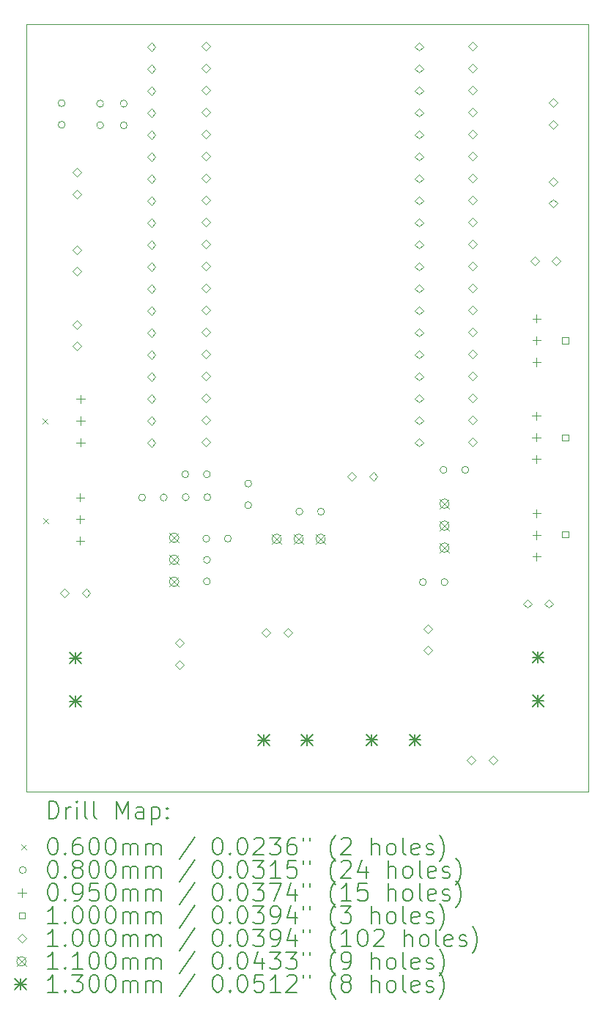
<source format=gbr>
%TF.GenerationSoftware,KiCad,Pcbnew,8.0.1*%
%TF.CreationDate,2025-03-07T14:58:42+02:00*%
%TF.ProjectId,robosoccer 3,726f626f-736f-4636-9365-7220332e6b69,rev?*%
%TF.SameCoordinates,Original*%
%TF.FileFunction,Drillmap*%
%TF.FilePolarity,Positive*%
%FSLAX45Y45*%
G04 Gerber Fmt 4.5, Leading zero omitted, Abs format (unit mm)*
G04 Created by KiCad (PCBNEW 8.0.1) date 2025-03-07 14:58:42*
%MOMM*%
%LPD*%
G01*
G04 APERTURE LIST*
%ADD10C,0.050000*%
%ADD11C,0.200000*%
%ADD12C,0.100000*%
%ADD13C,0.110000*%
%ADD14C,0.130000*%
G04 APERTURE END LIST*
D10*
X7168000Y-8035000D02*
X13661000Y-8035000D01*
X13661000Y-16898000D01*
X7168000Y-16898000D01*
X7168000Y-8035000D01*
D11*
D12*
X7354000Y-12588000D02*
X7414000Y-12648000D01*
X7414000Y-12588000D02*
X7354000Y-12648000D01*
X7366000Y-13739000D02*
X7426000Y-13799000D01*
X7426000Y-13739000D02*
X7366000Y-13799000D01*
X7615000Y-8947000D02*
G75*
G02*
X7535000Y-8947000I-40000J0D01*
G01*
X7535000Y-8947000D02*
G75*
G02*
X7615000Y-8947000I40000J0D01*
G01*
X7615000Y-9197000D02*
G75*
G02*
X7535000Y-9197000I-40000J0D01*
G01*
X7535000Y-9197000D02*
G75*
G02*
X7615000Y-9197000I40000J0D01*
G01*
X8060000Y-8953000D02*
G75*
G02*
X7980000Y-8953000I-40000J0D01*
G01*
X7980000Y-8953000D02*
G75*
G02*
X8060000Y-8953000I40000J0D01*
G01*
X8060000Y-9203000D02*
G75*
G02*
X7980000Y-9203000I-40000J0D01*
G01*
X7980000Y-9203000D02*
G75*
G02*
X8060000Y-9203000I40000J0D01*
G01*
X8333000Y-8954000D02*
G75*
G02*
X8253000Y-8954000I-40000J0D01*
G01*
X8253000Y-8954000D02*
G75*
G02*
X8333000Y-8954000I40000J0D01*
G01*
X8333000Y-9204000D02*
G75*
G02*
X8253000Y-9204000I-40000J0D01*
G01*
X8253000Y-9204000D02*
G75*
G02*
X8333000Y-9204000I40000J0D01*
G01*
X8545000Y-13502000D02*
G75*
G02*
X8465000Y-13502000I-40000J0D01*
G01*
X8465000Y-13502000D02*
G75*
G02*
X8545000Y-13502000I40000J0D01*
G01*
X8795000Y-13502000D02*
G75*
G02*
X8715000Y-13502000I-40000J0D01*
G01*
X8715000Y-13502000D02*
G75*
G02*
X8795000Y-13502000I40000J0D01*
G01*
X9044000Y-13234000D02*
G75*
G02*
X8964000Y-13234000I-40000J0D01*
G01*
X8964000Y-13234000D02*
G75*
G02*
X9044000Y-13234000I40000J0D01*
G01*
X9049000Y-13499000D02*
G75*
G02*
X8969000Y-13499000I-40000J0D01*
G01*
X8969000Y-13499000D02*
G75*
G02*
X9049000Y-13499000I40000J0D01*
G01*
X9286000Y-13977000D02*
G75*
G02*
X9206000Y-13977000I-40000J0D01*
G01*
X9206000Y-13977000D02*
G75*
G02*
X9286000Y-13977000I40000J0D01*
G01*
X9294000Y-13234000D02*
G75*
G02*
X9214000Y-13234000I-40000J0D01*
G01*
X9214000Y-13234000D02*
G75*
G02*
X9294000Y-13234000I40000J0D01*
G01*
X9294000Y-14222000D02*
G75*
G02*
X9214000Y-14222000I-40000J0D01*
G01*
X9214000Y-14222000D02*
G75*
G02*
X9294000Y-14222000I40000J0D01*
G01*
X9294000Y-14472000D02*
G75*
G02*
X9214000Y-14472000I-40000J0D01*
G01*
X9214000Y-14472000D02*
G75*
G02*
X9294000Y-14472000I40000J0D01*
G01*
X9299000Y-13499000D02*
G75*
G02*
X9219000Y-13499000I-40000J0D01*
G01*
X9219000Y-13499000D02*
G75*
G02*
X9299000Y-13499000I40000J0D01*
G01*
X9536000Y-13977000D02*
G75*
G02*
X9456000Y-13977000I-40000J0D01*
G01*
X9456000Y-13977000D02*
G75*
G02*
X9536000Y-13977000I40000J0D01*
G01*
X9771000Y-13341000D02*
G75*
G02*
X9691000Y-13341000I-40000J0D01*
G01*
X9691000Y-13341000D02*
G75*
G02*
X9771000Y-13341000I40000J0D01*
G01*
X9771000Y-13591000D02*
G75*
G02*
X9691000Y-13591000I-40000J0D01*
G01*
X9691000Y-13591000D02*
G75*
G02*
X9771000Y-13591000I40000J0D01*
G01*
X10362000Y-13665000D02*
G75*
G02*
X10282000Y-13665000I-40000J0D01*
G01*
X10282000Y-13665000D02*
G75*
G02*
X10362000Y-13665000I40000J0D01*
G01*
X10612000Y-13665000D02*
G75*
G02*
X10532000Y-13665000I-40000J0D01*
G01*
X10532000Y-13665000D02*
G75*
G02*
X10612000Y-13665000I40000J0D01*
G01*
X11789000Y-14480000D02*
G75*
G02*
X11709000Y-14480000I-40000J0D01*
G01*
X11709000Y-14480000D02*
G75*
G02*
X11789000Y-14480000I40000J0D01*
G01*
X12029000Y-13183000D02*
G75*
G02*
X11949000Y-13183000I-40000J0D01*
G01*
X11949000Y-13183000D02*
G75*
G02*
X12029000Y-13183000I40000J0D01*
G01*
X12039000Y-14480000D02*
G75*
G02*
X11959000Y-14480000I-40000J0D01*
G01*
X11959000Y-14480000D02*
G75*
G02*
X12039000Y-14480000I40000J0D01*
G01*
X12279000Y-13183000D02*
G75*
G02*
X12199000Y-13183000I-40000J0D01*
G01*
X12199000Y-13183000D02*
G75*
G02*
X12279000Y-13183000I40000J0D01*
G01*
X7790000Y-13454500D02*
X7790000Y-13549500D01*
X7742500Y-13502000D02*
X7837500Y-13502000D01*
X7790000Y-13704500D02*
X7790000Y-13799500D01*
X7742500Y-13752000D02*
X7837500Y-13752000D01*
X7790000Y-13954500D02*
X7790000Y-14049500D01*
X7742500Y-14002000D02*
X7837500Y-14002000D01*
X7794000Y-12318500D02*
X7794000Y-12413500D01*
X7746500Y-12366000D02*
X7841500Y-12366000D01*
X7794000Y-12568500D02*
X7794000Y-12663500D01*
X7746500Y-12616000D02*
X7841500Y-12616000D01*
X7794000Y-12818500D02*
X7794000Y-12913500D01*
X7746500Y-12866000D02*
X7841500Y-12866000D01*
X13060000Y-12510500D02*
X13060000Y-12605500D01*
X13012500Y-12558000D02*
X13107500Y-12558000D01*
X13060000Y-12760500D02*
X13060000Y-12855500D01*
X13012500Y-12808000D02*
X13107500Y-12808000D01*
X13060000Y-13010500D02*
X13060000Y-13105500D01*
X13012500Y-13058000D02*
X13107500Y-13058000D01*
X13064000Y-11390500D02*
X13064000Y-11485500D01*
X13016500Y-11438000D02*
X13111500Y-11438000D01*
X13064000Y-11640500D02*
X13064000Y-11735500D01*
X13016500Y-11688000D02*
X13111500Y-11688000D01*
X13064000Y-11890500D02*
X13064000Y-11985500D01*
X13016500Y-11938000D02*
X13111500Y-11938000D01*
X13064000Y-13638500D02*
X13064000Y-13733500D01*
X13016500Y-13686000D02*
X13111500Y-13686000D01*
X13064000Y-13888500D02*
X13064000Y-13983500D01*
X13016500Y-13936000D02*
X13111500Y-13936000D01*
X13064000Y-14138500D02*
X13064000Y-14233500D01*
X13016500Y-14186000D02*
X13111500Y-14186000D01*
X13429356Y-11724356D02*
X13429356Y-11653644D01*
X13358644Y-11653644D01*
X13358644Y-11724356D01*
X13429356Y-11724356D01*
X13429356Y-12844356D02*
X13429356Y-12773644D01*
X13358644Y-12773644D01*
X13358644Y-12844356D01*
X13429356Y-12844356D01*
X13429356Y-13961356D02*
X13429356Y-13890644D01*
X13358644Y-13890644D01*
X13358644Y-13961356D01*
X13429356Y-13961356D01*
X7608000Y-14654000D02*
X7658000Y-14604000D01*
X7608000Y-14554000D01*
X7558000Y-14604000D01*
X7608000Y-14654000D01*
X7750000Y-9799000D02*
X7800000Y-9749000D01*
X7750000Y-9699000D01*
X7700000Y-9749000D01*
X7750000Y-9799000D01*
X7750000Y-10049000D02*
X7800000Y-9999000D01*
X7750000Y-9949000D01*
X7700000Y-9999000D01*
X7750000Y-10049000D01*
X7750000Y-10691000D02*
X7800000Y-10641000D01*
X7750000Y-10591000D01*
X7700000Y-10641000D01*
X7750000Y-10691000D01*
X7750000Y-10941000D02*
X7800000Y-10891000D01*
X7750000Y-10841000D01*
X7700000Y-10891000D01*
X7750000Y-10941000D01*
X7754000Y-11555000D02*
X7804000Y-11505000D01*
X7754000Y-11455000D01*
X7704000Y-11505000D01*
X7754000Y-11555000D01*
X7754000Y-11805000D02*
X7804000Y-11755000D01*
X7754000Y-11705000D01*
X7704000Y-11755000D01*
X7754000Y-11805000D01*
X7858000Y-14654000D02*
X7908000Y-14604000D01*
X7858000Y-14554000D01*
X7808000Y-14604000D01*
X7858000Y-14654000D01*
X8612000Y-8346000D02*
X8662000Y-8296000D01*
X8612000Y-8246000D01*
X8562000Y-8296000D01*
X8612000Y-8346000D01*
X8612000Y-8600000D02*
X8662000Y-8550000D01*
X8612000Y-8500000D01*
X8562000Y-8550000D01*
X8612000Y-8600000D01*
X8612000Y-8854000D02*
X8662000Y-8804000D01*
X8612000Y-8754000D01*
X8562000Y-8804000D01*
X8612000Y-8854000D01*
X8612000Y-9108000D02*
X8662000Y-9058000D01*
X8612000Y-9008000D01*
X8562000Y-9058000D01*
X8612000Y-9108000D01*
X8612000Y-9362000D02*
X8662000Y-9312000D01*
X8612000Y-9262000D01*
X8562000Y-9312000D01*
X8612000Y-9362000D01*
X8612000Y-9616000D02*
X8662000Y-9566000D01*
X8612000Y-9516000D01*
X8562000Y-9566000D01*
X8612000Y-9616000D01*
X8612000Y-9870000D02*
X8662000Y-9820000D01*
X8612000Y-9770000D01*
X8562000Y-9820000D01*
X8612000Y-9870000D01*
X8612000Y-10124000D02*
X8662000Y-10074000D01*
X8612000Y-10024000D01*
X8562000Y-10074000D01*
X8612000Y-10124000D01*
X8612000Y-10378000D02*
X8662000Y-10328000D01*
X8612000Y-10278000D01*
X8562000Y-10328000D01*
X8612000Y-10378000D01*
X8612000Y-10632000D02*
X8662000Y-10582000D01*
X8612000Y-10532000D01*
X8562000Y-10582000D01*
X8612000Y-10632000D01*
X8612000Y-10886000D02*
X8662000Y-10836000D01*
X8612000Y-10786000D01*
X8562000Y-10836000D01*
X8612000Y-10886000D01*
X8612000Y-11140000D02*
X8662000Y-11090000D01*
X8612000Y-11040000D01*
X8562000Y-11090000D01*
X8612000Y-11140000D01*
X8612000Y-11394000D02*
X8662000Y-11344000D01*
X8612000Y-11294000D01*
X8562000Y-11344000D01*
X8612000Y-11394000D01*
X8612000Y-11648000D02*
X8662000Y-11598000D01*
X8612000Y-11548000D01*
X8562000Y-11598000D01*
X8612000Y-11648000D01*
X8612000Y-11902000D02*
X8662000Y-11852000D01*
X8612000Y-11802000D01*
X8562000Y-11852000D01*
X8612000Y-11902000D01*
X8612000Y-12156000D02*
X8662000Y-12106000D01*
X8612000Y-12056000D01*
X8562000Y-12106000D01*
X8612000Y-12156000D01*
X8612000Y-12410000D02*
X8662000Y-12360000D01*
X8612000Y-12310000D01*
X8562000Y-12360000D01*
X8612000Y-12410000D01*
X8612000Y-12664000D02*
X8662000Y-12614000D01*
X8612000Y-12564000D01*
X8562000Y-12614000D01*
X8612000Y-12664000D01*
X8612000Y-12918000D02*
X8662000Y-12868000D01*
X8612000Y-12818000D01*
X8562000Y-12868000D01*
X8612000Y-12918000D01*
X8934000Y-15232000D02*
X8984000Y-15182000D01*
X8934000Y-15132000D01*
X8884000Y-15182000D01*
X8934000Y-15232000D01*
X8934000Y-15482000D02*
X8984000Y-15432000D01*
X8934000Y-15382000D01*
X8884000Y-15432000D01*
X8934000Y-15482000D01*
X9245000Y-8341000D02*
X9295000Y-8291000D01*
X9245000Y-8241000D01*
X9195000Y-8291000D01*
X9245000Y-8341000D01*
X9245000Y-8595000D02*
X9295000Y-8545000D01*
X9245000Y-8495000D01*
X9195000Y-8545000D01*
X9245000Y-8595000D01*
X9245000Y-8849000D02*
X9295000Y-8799000D01*
X9245000Y-8749000D01*
X9195000Y-8799000D01*
X9245000Y-8849000D01*
X9245000Y-9103000D02*
X9295000Y-9053000D01*
X9245000Y-9003000D01*
X9195000Y-9053000D01*
X9245000Y-9103000D01*
X9245000Y-9357000D02*
X9295000Y-9307000D01*
X9245000Y-9257000D01*
X9195000Y-9307000D01*
X9245000Y-9357000D01*
X9245000Y-9611000D02*
X9295000Y-9561000D01*
X9245000Y-9511000D01*
X9195000Y-9561000D01*
X9245000Y-9611000D01*
X9245000Y-9865000D02*
X9295000Y-9815000D01*
X9245000Y-9765000D01*
X9195000Y-9815000D01*
X9245000Y-9865000D01*
X9245000Y-10119000D02*
X9295000Y-10069000D01*
X9245000Y-10019000D01*
X9195000Y-10069000D01*
X9245000Y-10119000D01*
X9245000Y-10373000D02*
X9295000Y-10323000D01*
X9245000Y-10273000D01*
X9195000Y-10323000D01*
X9245000Y-10373000D01*
X9245000Y-10627000D02*
X9295000Y-10577000D01*
X9245000Y-10527000D01*
X9195000Y-10577000D01*
X9245000Y-10627000D01*
X9245000Y-10881000D02*
X9295000Y-10831000D01*
X9245000Y-10781000D01*
X9195000Y-10831000D01*
X9245000Y-10881000D01*
X9245000Y-11135000D02*
X9295000Y-11085000D01*
X9245000Y-11035000D01*
X9195000Y-11085000D01*
X9245000Y-11135000D01*
X9245000Y-11389000D02*
X9295000Y-11339000D01*
X9245000Y-11289000D01*
X9195000Y-11339000D01*
X9245000Y-11389000D01*
X9245000Y-11643000D02*
X9295000Y-11593000D01*
X9245000Y-11543000D01*
X9195000Y-11593000D01*
X9245000Y-11643000D01*
X9245000Y-11897000D02*
X9295000Y-11847000D01*
X9245000Y-11797000D01*
X9195000Y-11847000D01*
X9245000Y-11897000D01*
X9245000Y-12151000D02*
X9295000Y-12101000D01*
X9245000Y-12051000D01*
X9195000Y-12101000D01*
X9245000Y-12151000D01*
X9245000Y-12405000D02*
X9295000Y-12355000D01*
X9245000Y-12305000D01*
X9195000Y-12355000D01*
X9245000Y-12405000D01*
X9245000Y-12659000D02*
X9295000Y-12609000D01*
X9245000Y-12559000D01*
X9195000Y-12609000D01*
X9245000Y-12659000D01*
X9245000Y-12913000D02*
X9295000Y-12863000D01*
X9245000Y-12813000D01*
X9195000Y-12863000D01*
X9245000Y-12913000D01*
X9938000Y-15116000D02*
X9988000Y-15066000D01*
X9938000Y-15016000D01*
X9888000Y-15066000D01*
X9938000Y-15116000D01*
X10188000Y-15116000D02*
X10238000Y-15066000D01*
X10188000Y-15016000D01*
X10138000Y-15066000D01*
X10188000Y-15116000D01*
X10927000Y-13312000D02*
X10977000Y-13262000D01*
X10927000Y-13212000D01*
X10877000Y-13262000D01*
X10927000Y-13312000D01*
X11177000Y-13312000D02*
X11227000Y-13262000D01*
X11177000Y-13212000D01*
X11127000Y-13262000D01*
X11177000Y-13312000D01*
X11704000Y-8344000D02*
X11754000Y-8294000D01*
X11704000Y-8244000D01*
X11654000Y-8294000D01*
X11704000Y-8344000D01*
X11704000Y-8598000D02*
X11754000Y-8548000D01*
X11704000Y-8498000D01*
X11654000Y-8548000D01*
X11704000Y-8598000D01*
X11704000Y-8852000D02*
X11754000Y-8802000D01*
X11704000Y-8752000D01*
X11654000Y-8802000D01*
X11704000Y-8852000D01*
X11704000Y-9106000D02*
X11754000Y-9056000D01*
X11704000Y-9006000D01*
X11654000Y-9056000D01*
X11704000Y-9106000D01*
X11704000Y-9360000D02*
X11754000Y-9310000D01*
X11704000Y-9260000D01*
X11654000Y-9310000D01*
X11704000Y-9360000D01*
X11704000Y-9614000D02*
X11754000Y-9564000D01*
X11704000Y-9514000D01*
X11654000Y-9564000D01*
X11704000Y-9614000D01*
X11704000Y-9868000D02*
X11754000Y-9818000D01*
X11704000Y-9768000D01*
X11654000Y-9818000D01*
X11704000Y-9868000D01*
X11704000Y-10122000D02*
X11754000Y-10072000D01*
X11704000Y-10022000D01*
X11654000Y-10072000D01*
X11704000Y-10122000D01*
X11704000Y-10376000D02*
X11754000Y-10326000D01*
X11704000Y-10276000D01*
X11654000Y-10326000D01*
X11704000Y-10376000D01*
X11704000Y-10630000D02*
X11754000Y-10580000D01*
X11704000Y-10530000D01*
X11654000Y-10580000D01*
X11704000Y-10630000D01*
X11704000Y-10884000D02*
X11754000Y-10834000D01*
X11704000Y-10784000D01*
X11654000Y-10834000D01*
X11704000Y-10884000D01*
X11704000Y-11138000D02*
X11754000Y-11088000D01*
X11704000Y-11038000D01*
X11654000Y-11088000D01*
X11704000Y-11138000D01*
X11704000Y-11392000D02*
X11754000Y-11342000D01*
X11704000Y-11292000D01*
X11654000Y-11342000D01*
X11704000Y-11392000D01*
X11704000Y-11646000D02*
X11754000Y-11596000D01*
X11704000Y-11546000D01*
X11654000Y-11596000D01*
X11704000Y-11646000D01*
X11704000Y-11900000D02*
X11754000Y-11850000D01*
X11704000Y-11800000D01*
X11654000Y-11850000D01*
X11704000Y-11900000D01*
X11704000Y-12154000D02*
X11754000Y-12104000D01*
X11704000Y-12054000D01*
X11654000Y-12104000D01*
X11704000Y-12154000D01*
X11704000Y-12408000D02*
X11754000Y-12358000D01*
X11704000Y-12308000D01*
X11654000Y-12358000D01*
X11704000Y-12408000D01*
X11704000Y-12662000D02*
X11754000Y-12612000D01*
X11704000Y-12562000D01*
X11654000Y-12612000D01*
X11704000Y-12662000D01*
X11704000Y-12916000D02*
X11754000Y-12866000D01*
X11704000Y-12816000D01*
X11654000Y-12866000D01*
X11704000Y-12916000D01*
X11805000Y-15069000D02*
X11855000Y-15019000D01*
X11805000Y-14969000D01*
X11755000Y-15019000D01*
X11805000Y-15069000D01*
X11805000Y-15319000D02*
X11855000Y-15269000D01*
X11805000Y-15219000D01*
X11755000Y-15269000D01*
X11805000Y-15319000D01*
X12308000Y-16587000D02*
X12358000Y-16537000D01*
X12308000Y-16487000D01*
X12258000Y-16537000D01*
X12308000Y-16587000D01*
X12322000Y-8340000D02*
X12372000Y-8290000D01*
X12322000Y-8240000D01*
X12272000Y-8290000D01*
X12322000Y-8340000D01*
X12322000Y-8594000D02*
X12372000Y-8544000D01*
X12322000Y-8494000D01*
X12272000Y-8544000D01*
X12322000Y-8594000D01*
X12322000Y-8848000D02*
X12372000Y-8798000D01*
X12322000Y-8748000D01*
X12272000Y-8798000D01*
X12322000Y-8848000D01*
X12322000Y-9102000D02*
X12372000Y-9052000D01*
X12322000Y-9002000D01*
X12272000Y-9052000D01*
X12322000Y-9102000D01*
X12322000Y-9356000D02*
X12372000Y-9306000D01*
X12322000Y-9256000D01*
X12272000Y-9306000D01*
X12322000Y-9356000D01*
X12322000Y-9610000D02*
X12372000Y-9560000D01*
X12322000Y-9510000D01*
X12272000Y-9560000D01*
X12322000Y-9610000D01*
X12322000Y-9864000D02*
X12372000Y-9814000D01*
X12322000Y-9764000D01*
X12272000Y-9814000D01*
X12322000Y-9864000D01*
X12322000Y-10118000D02*
X12372000Y-10068000D01*
X12322000Y-10018000D01*
X12272000Y-10068000D01*
X12322000Y-10118000D01*
X12322000Y-10372000D02*
X12372000Y-10322000D01*
X12322000Y-10272000D01*
X12272000Y-10322000D01*
X12322000Y-10372000D01*
X12322000Y-10626000D02*
X12372000Y-10576000D01*
X12322000Y-10526000D01*
X12272000Y-10576000D01*
X12322000Y-10626000D01*
X12322000Y-10880000D02*
X12372000Y-10830000D01*
X12322000Y-10780000D01*
X12272000Y-10830000D01*
X12322000Y-10880000D01*
X12322000Y-11134000D02*
X12372000Y-11084000D01*
X12322000Y-11034000D01*
X12272000Y-11084000D01*
X12322000Y-11134000D01*
X12322000Y-11388000D02*
X12372000Y-11338000D01*
X12322000Y-11288000D01*
X12272000Y-11338000D01*
X12322000Y-11388000D01*
X12322000Y-11642000D02*
X12372000Y-11592000D01*
X12322000Y-11542000D01*
X12272000Y-11592000D01*
X12322000Y-11642000D01*
X12322000Y-11896000D02*
X12372000Y-11846000D01*
X12322000Y-11796000D01*
X12272000Y-11846000D01*
X12322000Y-11896000D01*
X12322000Y-12150000D02*
X12372000Y-12100000D01*
X12322000Y-12050000D01*
X12272000Y-12100000D01*
X12322000Y-12150000D01*
X12322000Y-12404000D02*
X12372000Y-12354000D01*
X12322000Y-12304000D01*
X12272000Y-12354000D01*
X12322000Y-12404000D01*
X12322000Y-12658000D02*
X12372000Y-12608000D01*
X12322000Y-12558000D01*
X12272000Y-12608000D01*
X12322000Y-12658000D01*
X12322000Y-12912000D02*
X12372000Y-12862000D01*
X12322000Y-12812000D01*
X12272000Y-12862000D01*
X12322000Y-12912000D01*
X12558000Y-16587000D02*
X12608000Y-16537000D01*
X12558000Y-16487000D01*
X12508000Y-16537000D01*
X12558000Y-16587000D01*
X12958000Y-14779000D02*
X13008000Y-14729000D01*
X12958000Y-14679000D01*
X12908000Y-14729000D01*
X12958000Y-14779000D01*
X13041000Y-10820000D02*
X13091000Y-10770000D01*
X13041000Y-10720000D01*
X12991000Y-10770000D01*
X13041000Y-10820000D01*
X13208000Y-14779000D02*
X13258000Y-14729000D01*
X13208000Y-14679000D01*
X13158000Y-14729000D01*
X13208000Y-14779000D01*
X13254000Y-9905000D02*
X13304000Y-9855000D01*
X13254000Y-9805000D01*
X13204000Y-9855000D01*
X13254000Y-9905000D01*
X13254000Y-10155000D02*
X13304000Y-10105000D01*
X13254000Y-10055000D01*
X13204000Y-10105000D01*
X13254000Y-10155000D01*
X13258000Y-8992000D02*
X13308000Y-8942000D01*
X13258000Y-8892000D01*
X13208000Y-8942000D01*
X13258000Y-8992000D01*
X13258000Y-9242000D02*
X13308000Y-9192000D01*
X13258000Y-9142000D01*
X13208000Y-9192000D01*
X13258000Y-9242000D01*
X13291000Y-10820000D02*
X13341000Y-10770000D01*
X13291000Y-10720000D01*
X13241000Y-10770000D01*
X13291000Y-10820000D01*
D13*
X8820000Y-13912000D02*
X8930000Y-14022000D01*
X8930000Y-13912000D02*
X8820000Y-14022000D01*
X8930000Y-13967000D02*
G75*
G02*
X8820000Y-13967000I-55000J0D01*
G01*
X8820000Y-13967000D02*
G75*
G02*
X8930000Y-13967000I55000J0D01*
G01*
X8820000Y-14166000D02*
X8930000Y-14276000D01*
X8930000Y-14166000D02*
X8820000Y-14276000D01*
X8930000Y-14221000D02*
G75*
G02*
X8820000Y-14221000I-55000J0D01*
G01*
X8820000Y-14221000D02*
G75*
G02*
X8930000Y-14221000I55000J0D01*
G01*
X8820000Y-14420000D02*
X8930000Y-14530000D01*
X8930000Y-14420000D02*
X8820000Y-14530000D01*
X8930000Y-14475000D02*
G75*
G02*
X8820000Y-14475000I-55000J0D01*
G01*
X8820000Y-14475000D02*
G75*
G02*
X8930000Y-14475000I55000J0D01*
G01*
X10005000Y-13925000D02*
X10115000Y-14035000D01*
X10115000Y-13925000D02*
X10005000Y-14035000D01*
X10115000Y-13980000D02*
G75*
G02*
X10005000Y-13980000I-55000J0D01*
G01*
X10005000Y-13980000D02*
G75*
G02*
X10115000Y-13980000I55000J0D01*
G01*
X10259000Y-13925000D02*
X10369000Y-14035000D01*
X10369000Y-13925000D02*
X10259000Y-14035000D01*
X10369000Y-13980000D02*
G75*
G02*
X10259000Y-13980000I-55000J0D01*
G01*
X10259000Y-13980000D02*
G75*
G02*
X10369000Y-13980000I55000J0D01*
G01*
X10513000Y-13925000D02*
X10623000Y-14035000D01*
X10623000Y-13925000D02*
X10513000Y-14035000D01*
X10623000Y-13980000D02*
G75*
G02*
X10513000Y-13980000I-55000J0D01*
G01*
X10513000Y-13980000D02*
G75*
G02*
X10623000Y-13980000I55000J0D01*
G01*
X11944000Y-13519000D02*
X12054000Y-13629000D01*
X12054000Y-13519000D02*
X11944000Y-13629000D01*
X12054000Y-13574000D02*
G75*
G02*
X11944000Y-13574000I-55000J0D01*
G01*
X11944000Y-13574000D02*
G75*
G02*
X12054000Y-13574000I55000J0D01*
G01*
X11944000Y-13773000D02*
X12054000Y-13883000D01*
X12054000Y-13773000D02*
X11944000Y-13883000D01*
X12054000Y-13828000D02*
G75*
G02*
X11944000Y-13828000I-55000J0D01*
G01*
X11944000Y-13828000D02*
G75*
G02*
X12054000Y-13828000I55000J0D01*
G01*
X11944000Y-14027000D02*
X12054000Y-14137000D01*
X12054000Y-14027000D02*
X11944000Y-14137000D01*
X12054000Y-14082000D02*
G75*
G02*
X11944000Y-14082000I-55000J0D01*
G01*
X11944000Y-14082000D02*
G75*
G02*
X12054000Y-14082000I55000J0D01*
G01*
D14*
X7669000Y-15290000D02*
X7799000Y-15420000D01*
X7799000Y-15290000D02*
X7669000Y-15420000D01*
X7734000Y-15290000D02*
X7734000Y-15420000D01*
X7669000Y-15355000D02*
X7799000Y-15355000D01*
X7669000Y-15790000D02*
X7799000Y-15920000D01*
X7799000Y-15790000D02*
X7669000Y-15920000D01*
X7734000Y-15790000D02*
X7734000Y-15920000D01*
X7669000Y-15855000D02*
X7799000Y-15855000D01*
X9846000Y-16240500D02*
X9976000Y-16370500D01*
X9976000Y-16240500D02*
X9846000Y-16370500D01*
X9911000Y-16240500D02*
X9911000Y-16370500D01*
X9846000Y-16305500D02*
X9976000Y-16305500D01*
X10346000Y-16240500D02*
X10476000Y-16370500D01*
X10476000Y-16240500D02*
X10346000Y-16370500D01*
X10411000Y-16240500D02*
X10411000Y-16370500D01*
X10346000Y-16305500D02*
X10476000Y-16305500D01*
X11093000Y-16236500D02*
X11223000Y-16366500D01*
X11223000Y-16236500D02*
X11093000Y-16366500D01*
X11158000Y-16236500D02*
X11158000Y-16366500D01*
X11093000Y-16301500D02*
X11223000Y-16301500D01*
X11593000Y-16236500D02*
X11723000Y-16366500D01*
X11723000Y-16236500D02*
X11593000Y-16366500D01*
X11658000Y-16236500D02*
X11658000Y-16366500D01*
X11593000Y-16301500D02*
X11723000Y-16301500D01*
X13015000Y-15284000D02*
X13145000Y-15414000D01*
X13145000Y-15284000D02*
X13015000Y-15414000D01*
X13080000Y-15284000D02*
X13080000Y-15414000D01*
X13015000Y-15349000D02*
X13145000Y-15349000D01*
X13015000Y-15784000D02*
X13145000Y-15914000D01*
X13145000Y-15784000D02*
X13015000Y-15914000D01*
X13080000Y-15784000D02*
X13080000Y-15914000D01*
X13015000Y-15849000D02*
X13145000Y-15849000D01*
D11*
X7426277Y-17211984D02*
X7426277Y-17011984D01*
X7426277Y-17011984D02*
X7473896Y-17011984D01*
X7473896Y-17011984D02*
X7502467Y-17021508D01*
X7502467Y-17021508D02*
X7521515Y-17040555D01*
X7521515Y-17040555D02*
X7531039Y-17059603D01*
X7531039Y-17059603D02*
X7540562Y-17097698D01*
X7540562Y-17097698D02*
X7540562Y-17126270D01*
X7540562Y-17126270D02*
X7531039Y-17164365D01*
X7531039Y-17164365D02*
X7521515Y-17183412D01*
X7521515Y-17183412D02*
X7502467Y-17202460D01*
X7502467Y-17202460D02*
X7473896Y-17211984D01*
X7473896Y-17211984D02*
X7426277Y-17211984D01*
X7626277Y-17211984D02*
X7626277Y-17078650D01*
X7626277Y-17116746D02*
X7635801Y-17097698D01*
X7635801Y-17097698D02*
X7645324Y-17088174D01*
X7645324Y-17088174D02*
X7664372Y-17078650D01*
X7664372Y-17078650D02*
X7683420Y-17078650D01*
X7750086Y-17211984D02*
X7750086Y-17078650D01*
X7750086Y-17011984D02*
X7740562Y-17021508D01*
X7740562Y-17021508D02*
X7750086Y-17031031D01*
X7750086Y-17031031D02*
X7759610Y-17021508D01*
X7759610Y-17021508D02*
X7750086Y-17011984D01*
X7750086Y-17011984D02*
X7750086Y-17031031D01*
X7873896Y-17211984D02*
X7854848Y-17202460D01*
X7854848Y-17202460D02*
X7845324Y-17183412D01*
X7845324Y-17183412D02*
X7845324Y-17011984D01*
X7978658Y-17211984D02*
X7959610Y-17202460D01*
X7959610Y-17202460D02*
X7950086Y-17183412D01*
X7950086Y-17183412D02*
X7950086Y-17011984D01*
X8207229Y-17211984D02*
X8207229Y-17011984D01*
X8207229Y-17011984D02*
X8273896Y-17154841D01*
X8273896Y-17154841D02*
X8340562Y-17011984D01*
X8340562Y-17011984D02*
X8340562Y-17211984D01*
X8521515Y-17211984D02*
X8521515Y-17107222D01*
X8521515Y-17107222D02*
X8511991Y-17088174D01*
X8511991Y-17088174D02*
X8492944Y-17078650D01*
X8492944Y-17078650D02*
X8454848Y-17078650D01*
X8454848Y-17078650D02*
X8435801Y-17088174D01*
X8521515Y-17202460D02*
X8502467Y-17211984D01*
X8502467Y-17211984D02*
X8454848Y-17211984D01*
X8454848Y-17211984D02*
X8435801Y-17202460D01*
X8435801Y-17202460D02*
X8426277Y-17183412D01*
X8426277Y-17183412D02*
X8426277Y-17164365D01*
X8426277Y-17164365D02*
X8435801Y-17145317D01*
X8435801Y-17145317D02*
X8454848Y-17135793D01*
X8454848Y-17135793D02*
X8502467Y-17135793D01*
X8502467Y-17135793D02*
X8521515Y-17126270D01*
X8616753Y-17078650D02*
X8616753Y-17278650D01*
X8616753Y-17088174D02*
X8635801Y-17078650D01*
X8635801Y-17078650D02*
X8673896Y-17078650D01*
X8673896Y-17078650D02*
X8692944Y-17088174D01*
X8692944Y-17088174D02*
X8702467Y-17097698D01*
X8702467Y-17097698D02*
X8711991Y-17116746D01*
X8711991Y-17116746D02*
X8711991Y-17173889D01*
X8711991Y-17173889D02*
X8702467Y-17192936D01*
X8702467Y-17192936D02*
X8692944Y-17202460D01*
X8692944Y-17202460D02*
X8673896Y-17211984D01*
X8673896Y-17211984D02*
X8635801Y-17211984D01*
X8635801Y-17211984D02*
X8616753Y-17202460D01*
X8797705Y-17192936D02*
X8807229Y-17202460D01*
X8807229Y-17202460D02*
X8797705Y-17211984D01*
X8797705Y-17211984D02*
X8788182Y-17202460D01*
X8788182Y-17202460D02*
X8797705Y-17192936D01*
X8797705Y-17192936D02*
X8797705Y-17211984D01*
X8797705Y-17088174D02*
X8807229Y-17097698D01*
X8807229Y-17097698D02*
X8797705Y-17107222D01*
X8797705Y-17107222D02*
X8788182Y-17097698D01*
X8788182Y-17097698D02*
X8797705Y-17088174D01*
X8797705Y-17088174D02*
X8797705Y-17107222D01*
D12*
X7105500Y-17510500D02*
X7165500Y-17570500D01*
X7165500Y-17510500D02*
X7105500Y-17570500D01*
D11*
X7464372Y-17431984D02*
X7483420Y-17431984D01*
X7483420Y-17431984D02*
X7502467Y-17441508D01*
X7502467Y-17441508D02*
X7511991Y-17451031D01*
X7511991Y-17451031D02*
X7521515Y-17470079D01*
X7521515Y-17470079D02*
X7531039Y-17508174D01*
X7531039Y-17508174D02*
X7531039Y-17555793D01*
X7531039Y-17555793D02*
X7521515Y-17593889D01*
X7521515Y-17593889D02*
X7511991Y-17612936D01*
X7511991Y-17612936D02*
X7502467Y-17622460D01*
X7502467Y-17622460D02*
X7483420Y-17631984D01*
X7483420Y-17631984D02*
X7464372Y-17631984D01*
X7464372Y-17631984D02*
X7445324Y-17622460D01*
X7445324Y-17622460D02*
X7435801Y-17612936D01*
X7435801Y-17612936D02*
X7426277Y-17593889D01*
X7426277Y-17593889D02*
X7416753Y-17555793D01*
X7416753Y-17555793D02*
X7416753Y-17508174D01*
X7416753Y-17508174D02*
X7426277Y-17470079D01*
X7426277Y-17470079D02*
X7435801Y-17451031D01*
X7435801Y-17451031D02*
X7445324Y-17441508D01*
X7445324Y-17441508D02*
X7464372Y-17431984D01*
X7616753Y-17612936D02*
X7626277Y-17622460D01*
X7626277Y-17622460D02*
X7616753Y-17631984D01*
X7616753Y-17631984D02*
X7607229Y-17622460D01*
X7607229Y-17622460D02*
X7616753Y-17612936D01*
X7616753Y-17612936D02*
X7616753Y-17631984D01*
X7797705Y-17431984D02*
X7759610Y-17431984D01*
X7759610Y-17431984D02*
X7740562Y-17441508D01*
X7740562Y-17441508D02*
X7731039Y-17451031D01*
X7731039Y-17451031D02*
X7711991Y-17479603D01*
X7711991Y-17479603D02*
X7702467Y-17517698D01*
X7702467Y-17517698D02*
X7702467Y-17593889D01*
X7702467Y-17593889D02*
X7711991Y-17612936D01*
X7711991Y-17612936D02*
X7721515Y-17622460D01*
X7721515Y-17622460D02*
X7740562Y-17631984D01*
X7740562Y-17631984D02*
X7778658Y-17631984D01*
X7778658Y-17631984D02*
X7797705Y-17622460D01*
X7797705Y-17622460D02*
X7807229Y-17612936D01*
X7807229Y-17612936D02*
X7816753Y-17593889D01*
X7816753Y-17593889D02*
X7816753Y-17546270D01*
X7816753Y-17546270D02*
X7807229Y-17527222D01*
X7807229Y-17527222D02*
X7797705Y-17517698D01*
X7797705Y-17517698D02*
X7778658Y-17508174D01*
X7778658Y-17508174D02*
X7740562Y-17508174D01*
X7740562Y-17508174D02*
X7721515Y-17517698D01*
X7721515Y-17517698D02*
X7711991Y-17527222D01*
X7711991Y-17527222D02*
X7702467Y-17546270D01*
X7940562Y-17431984D02*
X7959610Y-17431984D01*
X7959610Y-17431984D02*
X7978658Y-17441508D01*
X7978658Y-17441508D02*
X7988182Y-17451031D01*
X7988182Y-17451031D02*
X7997705Y-17470079D01*
X7997705Y-17470079D02*
X8007229Y-17508174D01*
X8007229Y-17508174D02*
X8007229Y-17555793D01*
X8007229Y-17555793D02*
X7997705Y-17593889D01*
X7997705Y-17593889D02*
X7988182Y-17612936D01*
X7988182Y-17612936D02*
X7978658Y-17622460D01*
X7978658Y-17622460D02*
X7959610Y-17631984D01*
X7959610Y-17631984D02*
X7940562Y-17631984D01*
X7940562Y-17631984D02*
X7921515Y-17622460D01*
X7921515Y-17622460D02*
X7911991Y-17612936D01*
X7911991Y-17612936D02*
X7902467Y-17593889D01*
X7902467Y-17593889D02*
X7892943Y-17555793D01*
X7892943Y-17555793D02*
X7892943Y-17508174D01*
X7892943Y-17508174D02*
X7902467Y-17470079D01*
X7902467Y-17470079D02*
X7911991Y-17451031D01*
X7911991Y-17451031D02*
X7921515Y-17441508D01*
X7921515Y-17441508D02*
X7940562Y-17431984D01*
X8131039Y-17431984D02*
X8150086Y-17431984D01*
X8150086Y-17431984D02*
X8169134Y-17441508D01*
X8169134Y-17441508D02*
X8178658Y-17451031D01*
X8178658Y-17451031D02*
X8188182Y-17470079D01*
X8188182Y-17470079D02*
X8197705Y-17508174D01*
X8197705Y-17508174D02*
X8197705Y-17555793D01*
X8197705Y-17555793D02*
X8188182Y-17593889D01*
X8188182Y-17593889D02*
X8178658Y-17612936D01*
X8178658Y-17612936D02*
X8169134Y-17622460D01*
X8169134Y-17622460D02*
X8150086Y-17631984D01*
X8150086Y-17631984D02*
X8131039Y-17631984D01*
X8131039Y-17631984D02*
X8111991Y-17622460D01*
X8111991Y-17622460D02*
X8102467Y-17612936D01*
X8102467Y-17612936D02*
X8092943Y-17593889D01*
X8092943Y-17593889D02*
X8083420Y-17555793D01*
X8083420Y-17555793D02*
X8083420Y-17508174D01*
X8083420Y-17508174D02*
X8092943Y-17470079D01*
X8092943Y-17470079D02*
X8102467Y-17451031D01*
X8102467Y-17451031D02*
X8111991Y-17441508D01*
X8111991Y-17441508D02*
X8131039Y-17431984D01*
X8283420Y-17631984D02*
X8283420Y-17498650D01*
X8283420Y-17517698D02*
X8292943Y-17508174D01*
X8292943Y-17508174D02*
X8311991Y-17498650D01*
X8311991Y-17498650D02*
X8340563Y-17498650D01*
X8340563Y-17498650D02*
X8359610Y-17508174D01*
X8359610Y-17508174D02*
X8369134Y-17527222D01*
X8369134Y-17527222D02*
X8369134Y-17631984D01*
X8369134Y-17527222D02*
X8378658Y-17508174D01*
X8378658Y-17508174D02*
X8397705Y-17498650D01*
X8397705Y-17498650D02*
X8426277Y-17498650D01*
X8426277Y-17498650D02*
X8445325Y-17508174D01*
X8445325Y-17508174D02*
X8454848Y-17527222D01*
X8454848Y-17527222D02*
X8454848Y-17631984D01*
X8550086Y-17631984D02*
X8550086Y-17498650D01*
X8550086Y-17517698D02*
X8559610Y-17508174D01*
X8559610Y-17508174D02*
X8578658Y-17498650D01*
X8578658Y-17498650D02*
X8607229Y-17498650D01*
X8607229Y-17498650D02*
X8626277Y-17508174D01*
X8626277Y-17508174D02*
X8635801Y-17527222D01*
X8635801Y-17527222D02*
X8635801Y-17631984D01*
X8635801Y-17527222D02*
X8645325Y-17508174D01*
X8645325Y-17508174D02*
X8664372Y-17498650D01*
X8664372Y-17498650D02*
X8692944Y-17498650D01*
X8692944Y-17498650D02*
X8711991Y-17508174D01*
X8711991Y-17508174D02*
X8721515Y-17527222D01*
X8721515Y-17527222D02*
X8721515Y-17631984D01*
X9111991Y-17422460D02*
X8940563Y-17679603D01*
X9369134Y-17431984D02*
X9388182Y-17431984D01*
X9388182Y-17431984D02*
X9407229Y-17441508D01*
X9407229Y-17441508D02*
X9416753Y-17451031D01*
X9416753Y-17451031D02*
X9426277Y-17470079D01*
X9426277Y-17470079D02*
X9435801Y-17508174D01*
X9435801Y-17508174D02*
X9435801Y-17555793D01*
X9435801Y-17555793D02*
X9426277Y-17593889D01*
X9426277Y-17593889D02*
X9416753Y-17612936D01*
X9416753Y-17612936D02*
X9407229Y-17622460D01*
X9407229Y-17622460D02*
X9388182Y-17631984D01*
X9388182Y-17631984D02*
X9369134Y-17631984D01*
X9369134Y-17631984D02*
X9350087Y-17622460D01*
X9350087Y-17622460D02*
X9340563Y-17612936D01*
X9340563Y-17612936D02*
X9331039Y-17593889D01*
X9331039Y-17593889D02*
X9321515Y-17555793D01*
X9321515Y-17555793D02*
X9321515Y-17508174D01*
X9321515Y-17508174D02*
X9331039Y-17470079D01*
X9331039Y-17470079D02*
X9340563Y-17451031D01*
X9340563Y-17451031D02*
X9350087Y-17441508D01*
X9350087Y-17441508D02*
X9369134Y-17431984D01*
X9521515Y-17612936D02*
X9531039Y-17622460D01*
X9531039Y-17622460D02*
X9521515Y-17631984D01*
X9521515Y-17631984D02*
X9511991Y-17622460D01*
X9511991Y-17622460D02*
X9521515Y-17612936D01*
X9521515Y-17612936D02*
X9521515Y-17631984D01*
X9654848Y-17431984D02*
X9673896Y-17431984D01*
X9673896Y-17431984D02*
X9692944Y-17441508D01*
X9692944Y-17441508D02*
X9702468Y-17451031D01*
X9702468Y-17451031D02*
X9711991Y-17470079D01*
X9711991Y-17470079D02*
X9721515Y-17508174D01*
X9721515Y-17508174D02*
X9721515Y-17555793D01*
X9721515Y-17555793D02*
X9711991Y-17593889D01*
X9711991Y-17593889D02*
X9702468Y-17612936D01*
X9702468Y-17612936D02*
X9692944Y-17622460D01*
X9692944Y-17622460D02*
X9673896Y-17631984D01*
X9673896Y-17631984D02*
X9654848Y-17631984D01*
X9654848Y-17631984D02*
X9635801Y-17622460D01*
X9635801Y-17622460D02*
X9626277Y-17612936D01*
X9626277Y-17612936D02*
X9616753Y-17593889D01*
X9616753Y-17593889D02*
X9607229Y-17555793D01*
X9607229Y-17555793D02*
X9607229Y-17508174D01*
X9607229Y-17508174D02*
X9616753Y-17470079D01*
X9616753Y-17470079D02*
X9626277Y-17451031D01*
X9626277Y-17451031D02*
X9635801Y-17441508D01*
X9635801Y-17441508D02*
X9654848Y-17431984D01*
X9797706Y-17451031D02*
X9807229Y-17441508D01*
X9807229Y-17441508D02*
X9826277Y-17431984D01*
X9826277Y-17431984D02*
X9873896Y-17431984D01*
X9873896Y-17431984D02*
X9892944Y-17441508D01*
X9892944Y-17441508D02*
X9902468Y-17451031D01*
X9902468Y-17451031D02*
X9911991Y-17470079D01*
X9911991Y-17470079D02*
X9911991Y-17489127D01*
X9911991Y-17489127D02*
X9902468Y-17517698D01*
X9902468Y-17517698D02*
X9788182Y-17631984D01*
X9788182Y-17631984D02*
X9911991Y-17631984D01*
X9978658Y-17431984D02*
X10102468Y-17431984D01*
X10102468Y-17431984D02*
X10035801Y-17508174D01*
X10035801Y-17508174D02*
X10064372Y-17508174D01*
X10064372Y-17508174D02*
X10083420Y-17517698D01*
X10083420Y-17517698D02*
X10092944Y-17527222D01*
X10092944Y-17527222D02*
X10102468Y-17546270D01*
X10102468Y-17546270D02*
X10102468Y-17593889D01*
X10102468Y-17593889D02*
X10092944Y-17612936D01*
X10092944Y-17612936D02*
X10083420Y-17622460D01*
X10083420Y-17622460D02*
X10064372Y-17631984D01*
X10064372Y-17631984D02*
X10007229Y-17631984D01*
X10007229Y-17631984D02*
X9988182Y-17622460D01*
X9988182Y-17622460D02*
X9978658Y-17612936D01*
X10273896Y-17431984D02*
X10235801Y-17431984D01*
X10235801Y-17431984D02*
X10216753Y-17441508D01*
X10216753Y-17441508D02*
X10207229Y-17451031D01*
X10207229Y-17451031D02*
X10188182Y-17479603D01*
X10188182Y-17479603D02*
X10178658Y-17517698D01*
X10178658Y-17517698D02*
X10178658Y-17593889D01*
X10178658Y-17593889D02*
X10188182Y-17612936D01*
X10188182Y-17612936D02*
X10197706Y-17622460D01*
X10197706Y-17622460D02*
X10216753Y-17631984D01*
X10216753Y-17631984D02*
X10254849Y-17631984D01*
X10254849Y-17631984D02*
X10273896Y-17622460D01*
X10273896Y-17622460D02*
X10283420Y-17612936D01*
X10283420Y-17612936D02*
X10292944Y-17593889D01*
X10292944Y-17593889D02*
X10292944Y-17546270D01*
X10292944Y-17546270D02*
X10283420Y-17527222D01*
X10283420Y-17527222D02*
X10273896Y-17517698D01*
X10273896Y-17517698D02*
X10254849Y-17508174D01*
X10254849Y-17508174D02*
X10216753Y-17508174D01*
X10216753Y-17508174D02*
X10197706Y-17517698D01*
X10197706Y-17517698D02*
X10188182Y-17527222D01*
X10188182Y-17527222D02*
X10178658Y-17546270D01*
X10369134Y-17431984D02*
X10369134Y-17470079D01*
X10445325Y-17431984D02*
X10445325Y-17470079D01*
X10740563Y-17708174D02*
X10731039Y-17698650D01*
X10731039Y-17698650D02*
X10711991Y-17670079D01*
X10711991Y-17670079D02*
X10702468Y-17651031D01*
X10702468Y-17651031D02*
X10692944Y-17622460D01*
X10692944Y-17622460D02*
X10683420Y-17574841D01*
X10683420Y-17574841D02*
X10683420Y-17536746D01*
X10683420Y-17536746D02*
X10692944Y-17489127D01*
X10692944Y-17489127D02*
X10702468Y-17460555D01*
X10702468Y-17460555D02*
X10711991Y-17441508D01*
X10711991Y-17441508D02*
X10731039Y-17412936D01*
X10731039Y-17412936D02*
X10740563Y-17403412D01*
X10807230Y-17451031D02*
X10816753Y-17441508D01*
X10816753Y-17441508D02*
X10835801Y-17431984D01*
X10835801Y-17431984D02*
X10883420Y-17431984D01*
X10883420Y-17431984D02*
X10902468Y-17441508D01*
X10902468Y-17441508D02*
X10911991Y-17451031D01*
X10911991Y-17451031D02*
X10921515Y-17470079D01*
X10921515Y-17470079D02*
X10921515Y-17489127D01*
X10921515Y-17489127D02*
X10911991Y-17517698D01*
X10911991Y-17517698D02*
X10797706Y-17631984D01*
X10797706Y-17631984D02*
X10921515Y-17631984D01*
X11159611Y-17631984D02*
X11159611Y-17431984D01*
X11245325Y-17631984D02*
X11245325Y-17527222D01*
X11245325Y-17527222D02*
X11235801Y-17508174D01*
X11235801Y-17508174D02*
X11216753Y-17498650D01*
X11216753Y-17498650D02*
X11188182Y-17498650D01*
X11188182Y-17498650D02*
X11169134Y-17508174D01*
X11169134Y-17508174D02*
X11159611Y-17517698D01*
X11369134Y-17631984D02*
X11350087Y-17622460D01*
X11350087Y-17622460D02*
X11340563Y-17612936D01*
X11340563Y-17612936D02*
X11331039Y-17593889D01*
X11331039Y-17593889D02*
X11331039Y-17536746D01*
X11331039Y-17536746D02*
X11340563Y-17517698D01*
X11340563Y-17517698D02*
X11350087Y-17508174D01*
X11350087Y-17508174D02*
X11369134Y-17498650D01*
X11369134Y-17498650D02*
X11397706Y-17498650D01*
X11397706Y-17498650D02*
X11416753Y-17508174D01*
X11416753Y-17508174D02*
X11426277Y-17517698D01*
X11426277Y-17517698D02*
X11435801Y-17536746D01*
X11435801Y-17536746D02*
X11435801Y-17593889D01*
X11435801Y-17593889D02*
X11426277Y-17612936D01*
X11426277Y-17612936D02*
X11416753Y-17622460D01*
X11416753Y-17622460D02*
X11397706Y-17631984D01*
X11397706Y-17631984D02*
X11369134Y-17631984D01*
X11550087Y-17631984D02*
X11531039Y-17622460D01*
X11531039Y-17622460D02*
X11521515Y-17603412D01*
X11521515Y-17603412D02*
X11521515Y-17431984D01*
X11702468Y-17622460D02*
X11683420Y-17631984D01*
X11683420Y-17631984D02*
X11645325Y-17631984D01*
X11645325Y-17631984D02*
X11626277Y-17622460D01*
X11626277Y-17622460D02*
X11616753Y-17603412D01*
X11616753Y-17603412D02*
X11616753Y-17527222D01*
X11616753Y-17527222D02*
X11626277Y-17508174D01*
X11626277Y-17508174D02*
X11645325Y-17498650D01*
X11645325Y-17498650D02*
X11683420Y-17498650D01*
X11683420Y-17498650D02*
X11702468Y-17508174D01*
X11702468Y-17508174D02*
X11711991Y-17527222D01*
X11711991Y-17527222D02*
X11711991Y-17546270D01*
X11711991Y-17546270D02*
X11616753Y-17565317D01*
X11788182Y-17622460D02*
X11807230Y-17631984D01*
X11807230Y-17631984D02*
X11845325Y-17631984D01*
X11845325Y-17631984D02*
X11864372Y-17622460D01*
X11864372Y-17622460D02*
X11873896Y-17603412D01*
X11873896Y-17603412D02*
X11873896Y-17593889D01*
X11873896Y-17593889D02*
X11864372Y-17574841D01*
X11864372Y-17574841D02*
X11845325Y-17565317D01*
X11845325Y-17565317D02*
X11816753Y-17565317D01*
X11816753Y-17565317D02*
X11797706Y-17555793D01*
X11797706Y-17555793D02*
X11788182Y-17536746D01*
X11788182Y-17536746D02*
X11788182Y-17527222D01*
X11788182Y-17527222D02*
X11797706Y-17508174D01*
X11797706Y-17508174D02*
X11816753Y-17498650D01*
X11816753Y-17498650D02*
X11845325Y-17498650D01*
X11845325Y-17498650D02*
X11864372Y-17508174D01*
X11940563Y-17708174D02*
X11950087Y-17698650D01*
X11950087Y-17698650D02*
X11969134Y-17670079D01*
X11969134Y-17670079D02*
X11978658Y-17651031D01*
X11978658Y-17651031D02*
X11988182Y-17622460D01*
X11988182Y-17622460D02*
X11997706Y-17574841D01*
X11997706Y-17574841D02*
X11997706Y-17536746D01*
X11997706Y-17536746D02*
X11988182Y-17489127D01*
X11988182Y-17489127D02*
X11978658Y-17460555D01*
X11978658Y-17460555D02*
X11969134Y-17441508D01*
X11969134Y-17441508D02*
X11950087Y-17412936D01*
X11950087Y-17412936D02*
X11940563Y-17403412D01*
D12*
X7165500Y-17804500D02*
G75*
G02*
X7085500Y-17804500I-40000J0D01*
G01*
X7085500Y-17804500D02*
G75*
G02*
X7165500Y-17804500I40000J0D01*
G01*
D11*
X7464372Y-17695984D02*
X7483420Y-17695984D01*
X7483420Y-17695984D02*
X7502467Y-17705508D01*
X7502467Y-17705508D02*
X7511991Y-17715031D01*
X7511991Y-17715031D02*
X7521515Y-17734079D01*
X7521515Y-17734079D02*
X7531039Y-17772174D01*
X7531039Y-17772174D02*
X7531039Y-17819793D01*
X7531039Y-17819793D02*
X7521515Y-17857889D01*
X7521515Y-17857889D02*
X7511991Y-17876936D01*
X7511991Y-17876936D02*
X7502467Y-17886460D01*
X7502467Y-17886460D02*
X7483420Y-17895984D01*
X7483420Y-17895984D02*
X7464372Y-17895984D01*
X7464372Y-17895984D02*
X7445324Y-17886460D01*
X7445324Y-17886460D02*
X7435801Y-17876936D01*
X7435801Y-17876936D02*
X7426277Y-17857889D01*
X7426277Y-17857889D02*
X7416753Y-17819793D01*
X7416753Y-17819793D02*
X7416753Y-17772174D01*
X7416753Y-17772174D02*
X7426277Y-17734079D01*
X7426277Y-17734079D02*
X7435801Y-17715031D01*
X7435801Y-17715031D02*
X7445324Y-17705508D01*
X7445324Y-17705508D02*
X7464372Y-17695984D01*
X7616753Y-17876936D02*
X7626277Y-17886460D01*
X7626277Y-17886460D02*
X7616753Y-17895984D01*
X7616753Y-17895984D02*
X7607229Y-17886460D01*
X7607229Y-17886460D02*
X7616753Y-17876936D01*
X7616753Y-17876936D02*
X7616753Y-17895984D01*
X7740562Y-17781698D02*
X7721515Y-17772174D01*
X7721515Y-17772174D02*
X7711991Y-17762650D01*
X7711991Y-17762650D02*
X7702467Y-17743603D01*
X7702467Y-17743603D02*
X7702467Y-17734079D01*
X7702467Y-17734079D02*
X7711991Y-17715031D01*
X7711991Y-17715031D02*
X7721515Y-17705508D01*
X7721515Y-17705508D02*
X7740562Y-17695984D01*
X7740562Y-17695984D02*
X7778658Y-17695984D01*
X7778658Y-17695984D02*
X7797705Y-17705508D01*
X7797705Y-17705508D02*
X7807229Y-17715031D01*
X7807229Y-17715031D02*
X7816753Y-17734079D01*
X7816753Y-17734079D02*
X7816753Y-17743603D01*
X7816753Y-17743603D02*
X7807229Y-17762650D01*
X7807229Y-17762650D02*
X7797705Y-17772174D01*
X7797705Y-17772174D02*
X7778658Y-17781698D01*
X7778658Y-17781698D02*
X7740562Y-17781698D01*
X7740562Y-17781698D02*
X7721515Y-17791222D01*
X7721515Y-17791222D02*
X7711991Y-17800746D01*
X7711991Y-17800746D02*
X7702467Y-17819793D01*
X7702467Y-17819793D02*
X7702467Y-17857889D01*
X7702467Y-17857889D02*
X7711991Y-17876936D01*
X7711991Y-17876936D02*
X7721515Y-17886460D01*
X7721515Y-17886460D02*
X7740562Y-17895984D01*
X7740562Y-17895984D02*
X7778658Y-17895984D01*
X7778658Y-17895984D02*
X7797705Y-17886460D01*
X7797705Y-17886460D02*
X7807229Y-17876936D01*
X7807229Y-17876936D02*
X7816753Y-17857889D01*
X7816753Y-17857889D02*
X7816753Y-17819793D01*
X7816753Y-17819793D02*
X7807229Y-17800746D01*
X7807229Y-17800746D02*
X7797705Y-17791222D01*
X7797705Y-17791222D02*
X7778658Y-17781698D01*
X7940562Y-17695984D02*
X7959610Y-17695984D01*
X7959610Y-17695984D02*
X7978658Y-17705508D01*
X7978658Y-17705508D02*
X7988182Y-17715031D01*
X7988182Y-17715031D02*
X7997705Y-17734079D01*
X7997705Y-17734079D02*
X8007229Y-17772174D01*
X8007229Y-17772174D02*
X8007229Y-17819793D01*
X8007229Y-17819793D02*
X7997705Y-17857889D01*
X7997705Y-17857889D02*
X7988182Y-17876936D01*
X7988182Y-17876936D02*
X7978658Y-17886460D01*
X7978658Y-17886460D02*
X7959610Y-17895984D01*
X7959610Y-17895984D02*
X7940562Y-17895984D01*
X7940562Y-17895984D02*
X7921515Y-17886460D01*
X7921515Y-17886460D02*
X7911991Y-17876936D01*
X7911991Y-17876936D02*
X7902467Y-17857889D01*
X7902467Y-17857889D02*
X7892943Y-17819793D01*
X7892943Y-17819793D02*
X7892943Y-17772174D01*
X7892943Y-17772174D02*
X7902467Y-17734079D01*
X7902467Y-17734079D02*
X7911991Y-17715031D01*
X7911991Y-17715031D02*
X7921515Y-17705508D01*
X7921515Y-17705508D02*
X7940562Y-17695984D01*
X8131039Y-17695984D02*
X8150086Y-17695984D01*
X8150086Y-17695984D02*
X8169134Y-17705508D01*
X8169134Y-17705508D02*
X8178658Y-17715031D01*
X8178658Y-17715031D02*
X8188182Y-17734079D01*
X8188182Y-17734079D02*
X8197705Y-17772174D01*
X8197705Y-17772174D02*
X8197705Y-17819793D01*
X8197705Y-17819793D02*
X8188182Y-17857889D01*
X8188182Y-17857889D02*
X8178658Y-17876936D01*
X8178658Y-17876936D02*
X8169134Y-17886460D01*
X8169134Y-17886460D02*
X8150086Y-17895984D01*
X8150086Y-17895984D02*
X8131039Y-17895984D01*
X8131039Y-17895984D02*
X8111991Y-17886460D01*
X8111991Y-17886460D02*
X8102467Y-17876936D01*
X8102467Y-17876936D02*
X8092943Y-17857889D01*
X8092943Y-17857889D02*
X8083420Y-17819793D01*
X8083420Y-17819793D02*
X8083420Y-17772174D01*
X8083420Y-17772174D02*
X8092943Y-17734079D01*
X8092943Y-17734079D02*
X8102467Y-17715031D01*
X8102467Y-17715031D02*
X8111991Y-17705508D01*
X8111991Y-17705508D02*
X8131039Y-17695984D01*
X8283420Y-17895984D02*
X8283420Y-17762650D01*
X8283420Y-17781698D02*
X8292943Y-17772174D01*
X8292943Y-17772174D02*
X8311991Y-17762650D01*
X8311991Y-17762650D02*
X8340563Y-17762650D01*
X8340563Y-17762650D02*
X8359610Y-17772174D01*
X8359610Y-17772174D02*
X8369134Y-17791222D01*
X8369134Y-17791222D02*
X8369134Y-17895984D01*
X8369134Y-17791222D02*
X8378658Y-17772174D01*
X8378658Y-17772174D02*
X8397705Y-17762650D01*
X8397705Y-17762650D02*
X8426277Y-17762650D01*
X8426277Y-17762650D02*
X8445325Y-17772174D01*
X8445325Y-17772174D02*
X8454848Y-17791222D01*
X8454848Y-17791222D02*
X8454848Y-17895984D01*
X8550086Y-17895984D02*
X8550086Y-17762650D01*
X8550086Y-17781698D02*
X8559610Y-17772174D01*
X8559610Y-17772174D02*
X8578658Y-17762650D01*
X8578658Y-17762650D02*
X8607229Y-17762650D01*
X8607229Y-17762650D02*
X8626277Y-17772174D01*
X8626277Y-17772174D02*
X8635801Y-17791222D01*
X8635801Y-17791222D02*
X8635801Y-17895984D01*
X8635801Y-17791222D02*
X8645325Y-17772174D01*
X8645325Y-17772174D02*
X8664372Y-17762650D01*
X8664372Y-17762650D02*
X8692944Y-17762650D01*
X8692944Y-17762650D02*
X8711991Y-17772174D01*
X8711991Y-17772174D02*
X8721515Y-17791222D01*
X8721515Y-17791222D02*
X8721515Y-17895984D01*
X9111991Y-17686460D02*
X8940563Y-17943603D01*
X9369134Y-17695984D02*
X9388182Y-17695984D01*
X9388182Y-17695984D02*
X9407229Y-17705508D01*
X9407229Y-17705508D02*
X9416753Y-17715031D01*
X9416753Y-17715031D02*
X9426277Y-17734079D01*
X9426277Y-17734079D02*
X9435801Y-17772174D01*
X9435801Y-17772174D02*
X9435801Y-17819793D01*
X9435801Y-17819793D02*
X9426277Y-17857889D01*
X9426277Y-17857889D02*
X9416753Y-17876936D01*
X9416753Y-17876936D02*
X9407229Y-17886460D01*
X9407229Y-17886460D02*
X9388182Y-17895984D01*
X9388182Y-17895984D02*
X9369134Y-17895984D01*
X9369134Y-17895984D02*
X9350087Y-17886460D01*
X9350087Y-17886460D02*
X9340563Y-17876936D01*
X9340563Y-17876936D02*
X9331039Y-17857889D01*
X9331039Y-17857889D02*
X9321515Y-17819793D01*
X9321515Y-17819793D02*
X9321515Y-17772174D01*
X9321515Y-17772174D02*
X9331039Y-17734079D01*
X9331039Y-17734079D02*
X9340563Y-17715031D01*
X9340563Y-17715031D02*
X9350087Y-17705508D01*
X9350087Y-17705508D02*
X9369134Y-17695984D01*
X9521515Y-17876936D02*
X9531039Y-17886460D01*
X9531039Y-17886460D02*
X9521515Y-17895984D01*
X9521515Y-17895984D02*
X9511991Y-17886460D01*
X9511991Y-17886460D02*
X9521515Y-17876936D01*
X9521515Y-17876936D02*
X9521515Y-17895984D01*
X9654848Y-17695984D02*
X9673896Y-17695984D01*
X9673896Y-17695984D02*
X9692944Y-17705508D01*
X9692944Y-17705508D02*
X9702468Y-17715031D01*
X9702468Y-17715031D02*
X9711991Y-17734079D01*
X9711991Y-17734079D02*
X9721515Y-17772174D01*
X9721515Y-17772174D02*
X9721515Y-17819793D01*
X9721515Y-17819793D02*
X9711991Y-17857889D01*
X9711991Y-17857889D02*
X9702468Y-17876936D01*
X9702468Y-17876936D02*
X9692944Y-17886460D01*
X9692944Y-17886460D02*
X9673896Y-17895984D01*
X9673896Y-17895984D02*
X9654848Y-17895984D01*
X9654848Y-17895984D02*
X9635801Y-17886460D01*
X9635801Y-17886460D02*
X9626277Y-17876936D01*
X9626277Y-17876936D02*
X9616753Y-17857889D01*
X9616753Y-17857889D02*
X9607229Y-17819793D01*
X9607229Y-17819793D02*
X9607229Y-17772174D01*
X9607229Y-17772174D02*
X9616753Y-17734079D01*
X9616753Y-17734079D02*
X9626277Y-17715031D01*
X9626277Y-17715031D02*
X9635801Y-17705508D01*
X9635801Y-17705508D02*
X9654848Y-17695984D01*
X9788182Y-17695984D02*
X9911991Y-17695984D01*
X9911991Y-17695984D02*
X9845325Y-17772174D01*
X9845325Y-17772174D02*
X9873896Y-17772174D01*
X9873896Y-17772174D02*
X9892944Y-17781698D01*
X9892944Y-17781698D02*
X9902468Y-17791222D01*
X9902468Y-17791222D02*
X9911991Y-17810270D01*
X9911991Y-17810270D02*
X9911991Y-17857889D01*
X9911991Y-17857889D02*
X9902468Y-17876936D01*
X9902468Y-17876936D02*
X9892944Y-17886460D01*
X9892944Y-17886460D02*
X9873896Y-17895984D01*
X9873896Y-17895984D02*
X9816753Y-17895984D01*
X9816753Y-17895984D02*
X9797706Y-17886460D01*
X9797706Y-17886460D02*
X9788182Y-17876936D01*
X10102468Y-17895984D02*
X9988182Y-17895984D01*
X10045325Y-17895984D02*
X10045325Y-17695984D01*
X10045325Y-17695984D02*
X10026277Y-17724555D01*
X10026277Y-17724555D02*
X10007229Y-17743603D01*
X10007229Y-17743603D02*
X9988182Y-17753127D01*
X10283420Y-17695984D02*
X10188182Y-17695984D01*
X10188182Y-17695984D02*
X10178658Y-17791222D01*
X10178658Y-17791222D02*
X10188182Y-17781698D01*
X10188182Y-17781698D02*
X10207229Y-17772174D01*
X10207229Y-17772174D02*
X10254849Y-17772174D01*
X10254849Y-17772174D02*
X10273896Y-17781698D01*
X10273896Y-17781698D02*
X10283420Y-17791222D01*
X10283420Y-17791222D02*
X10292944Y-17810270D01*
X10292944Y-17810270D02*
X10292944Y-17857889D01*
X10292944Y-17857889D02*
X10283420Y-17876936D01*
X10283420Y-17876936D02*
X10273896Y-17886460D01*
X10273896Y-17886460D02*
X10254849Y-17895984D01*
X10254849Y-17895984D02*
X10207229Y-17895984D01*
X10207229Y-17895984D02*
X10188182Y-17886460D01*
X10188182Y-17886460D02*
X10178658Y-17876936D01*
X10369134Y-17695984D02*
X10369134Y-17734079D01*
X10445325Y-17695984D02*
X10445325Y-17734079D01*
X10740563Y-17972174D02*
X10731039Y-17962650D01*
X10731039Y-17962650D02*
X10711991Y-17934079D01*
X10711991Y-17934079D02*
X10702468Y-17915031D01*
X10702468Y-17915031D02*
X10692944Y-17886460D01*
X10692944Y-17886460D02*
X10683420Y-17838841D01*
X10683420Y-17838841D02*
X10683420Y-17800746D01*
X10683420Y-17800746D02*
X10692944Y-17753127D01*
X10692944Y-17753127D02*
X10702468Y-17724555D01*
X10702468Y-17724555D02*
X10711991Y-17705508D01*
X10711991Y-17705508D02*
X10731039Y-17676936D01*
X10731039Y-17676936D02*
X10740563Y-17667412D01*
X10807230Y-17715031D02*
X10816753Y-17705508D01*
X10816753Y-17705508D02*
X10835801Y-17695984D01*
X10835801Y-17695984D02*
X10883420Y-17695984D01*
X10883420Y-17695984D02*
X10902468Y-17705508D01*
X10902468Y-17705508D02*
X10911991Y-17715031D01*
X10911991Y-17715031D02*
X10921515Y-17734079D01*
X10921515Y-17734079D02*
X10921515Y-17753127D01*
X10921515Y-17753127D02*
X10911991Y-17781698D01*
X10911991Y-17781698D02*
X10797706Y-17895984D01*
X10797706Y-17895984D02*
X10921515Y-17895984D01*
X11092944Y-17762650D02*
X11092944Y-17895984D01*
X11045325Y-17686460D02*
X10997706Y-17829317D01*
X10997706Y-17829317D02*
X11121515Y-17829317D01*
X11350087Y-17895984D02*
X11350087Y-17695984D01*
X11435801Y-17895984D02*
X11435801Y-17791222D01*
X11435801Y-17791222D02*
X11426277Y-17772174D01*
X11426277Y-17772174D02*
X11407230Y-17762650D01*
X11407230Y-17762650D02*
X11378658Y-17762650D01*
X11378658Y-17762650D02*
X11359610Y-17772174D01*
X11359610Y-17772174D02*
X11350087Y-17781698D01*
X11559610Y-17895984D02*
X11540563Y-17886460D01*
X11540563Y-17886460D02*
X11531039Y-17876936D01*
X11531039Y-17876936D02*
X11521515Y-17857889D01*
X11521515Y-17857889D02*
X11521515Y-17800746D01*
X11521515Y-17800746D02*
X11531039Y-17781698D01*
X11531039Y-17781698D02*
X11540563Y-17772174D01*
X11540563Y-17772174D02*
X11559610Y-17762650D01*
X11559610Y-17762650D02*
X11588182Y-17762650D01*
X11588182Y-17762650D02*
X11607230Y-17772174D01*
X11607230Y-17772174D02*
X11616753Y-17781698D01*
X11616753Y-17781698D02*
X11626277Y-17800746D01*
X11626277Y-17800746D02*
X11626277Y-17857889D01*
X11626277Y-17857889D02*
X11616753Y-17876936D01*
X11616753Y-17876936D02*
X11607230Y-17886460D01*
X11607230Y-17886460D02*
X11588182Y-17895984D01*
X11588182Y-17895984D02*
X11559610Y-17895984D01*
X11740563Y-17895984D02*
X11721515Y-17886460D01*
X11721515Y-17886460D02*
X11711991Y-17867412D01*
X11711991Y-17867412D02*
X11711991Y-17695984D01*
X11892944Y-17886460D02*
X11873896Y-17895984D01*
X11873896Y-17895984D02*
X11835801Y-17895984D01*
X11835801Y-17895984D02*
X11816753Y-17886460D01*
X11816753Y-17886460D02*
X11807230Y-17867412D01*
X11807230Y-17867412D02*
X11807230Y-17791222D01*
X11807230Y-17791222D02*
X11816753Y-17772174D01*
X11816753Y-17772174D02*
X11835801Y-17762650D01*
X11835801Y-17762650D02*
X11873896Y-17762650D01*
X11873896Y-17762650D02*
X11892944Y-17772174D01*
X11892944Y-17772174D02*
X11902468Y-17791222D01*
X11902468Y-17791222D02*
X11902468Y-17810270D01*
X11902468Y-17810270D02*
X11807230Y-17829317D01*
X11978658Y-17886460D02*
X11997706Y-17895984D01*
X11997706Y-17895984D02*
X12035801Y-17895984D01*
X12035801Y-17895984D02*
X12054849Y-17886460D01*
X12054849Y-17886460D02*
X12064372Y-17867412D01*
X12064372Y-17867412D02*
X12064372Y-17857889D01*
X12064372Y-17857889D02*
X12054849Y-17838841D01*
X12054849Y-17838841D02*
X12035801Y-17829317D01*
X12035801Y-17829317D02*
X12007230Y-17829317D01*
X12007230Y-17829317D02*
X11988182Y-17819793D01*
X11988182Y-17819793D02*
X11978658Y-17800746D01*
X11978658Y-17800746D02*
X11978658Y-17791222D01*
X11978658Y-17791222D02*
X11988182Y-17772174D01*
X11988182Y-17772174D02*
X12007230Y-17762650D01*
X12007230Y-17762650D02*
X12035801Y-17762650D01*
X12035801Y-17762650D02*
X12054849Y-17772174D01*
X12131039Y-17972174D02*
X12140563Y-17962650D01*
X12140563Y-17962650D02*
X12159611Y-17934079D01*
X12159611Y-17934079D02*
X12169134Y-17915031D01*
X12169134Y-17915031D02*
X12178658Y-17886460D01*
X12178658Y-17886460D02*
X12188182Y-17838841D01*
X12188182Y-17838841D02*
X12188182Y-17800746D01*
X12188182Y-17800746D02*
X12178658Y-17753127D01*
X12178658Y-17753127D02*
X12169134Y-17724555D01*
X12169134Y-17724555D02*
X12159611Y-17705508D01*
X12159611Y-17705508D02*
X12140563Y-17676936D01*
X12140563Y-17676936D02*
X12131039Y-17667412D01*
D12*
X7118000Y-18021000D02*
X7118000Y-18116000D01*
X7070500Y-18068500D02*
X7165500Y-18068500D01*
D11*
X7464372Y-17959984D02*
X7483420Y-17959984D01*
X7483420Y-17959984D02*
X7502467Y-17969508D01*
X7502467Y-17969508D02*
X7511991Y-17979031D01*
X7511991Y-17979031D02*
X7521515Y-17998079D01*
X7521515Y-17998079D02*
X7531039Y-18036174D01*
X7531039Y-18036174D02*
X7531039Y-18083793D01*
X7531039Y-18083793D02*
X7521515Y-18121889D01*
X7521515Y-18121889D02*
X7511991Y-18140936D01*
X7511991Y-18140936D02*
X7502467Y-18150460D01*
X7502467Y-18150460D02*
X7483420Y-18159984D01*
X7483420Y-18159984D02*
X7464372Y-18159984D01*
X7464372Y-18159984D02*
X7445324Y-18150460D01*
X7445324Y-18150460D02*
X7435801Y-18140936D01*
X7435801Y-18140936D02*
X7426277Y-18121889D01*
X7426277Y-18121889D02*
X7416753Y-18083793D01*
X7416753Y-18083793D02*
X7416753Y-18036174D01*
X7416753Y-18036174D02*
X7426277Y-17998079D01*
X7426277Y-17998079D02*
X7435801Y-17979031D01*
X7435801Y-17979031D02*
X7445324Y-17969508D01*
X7445324Y-17969508D02*
X7464372Y-17959984D01*
X7616753Y-18140936D02*
X7626277Y-18150460D01*
X7626277Y-18150460D02*
X7616753Y-18159984D01*
X7616753Y-18159984D02*
X7607229Y-18150460D01*
X7607229Y-18150460D02*
X7616753Y-18140936D01*
X7616753Y-18140936D02*
X7616753Y-18159984D01*
X7721515Y-18159984D02*
X7759610Y-18159984D01*
X7759610Y-18159984D02*
X7778658Y-18150460D01*
X7778658Y-18150460D02*
X7788182Y-18140936D01*
X7788182Y-18140936D02*
X7807229Y-18112365D01*
X7807229Y-18112365D02*
X7816753Y-18074270D01*
X7816753Y-18074270D02*
X7816753Y-17998079D01*
X7816753Y-17998079D02*
X7807229Y-17979031D01*
X7807229Y-17979031D02*
X7797705Y-17969508D01*
X7797705Y-17969508D02*
X7778658Y-17959984D01*
X7778658Y-17959984D02*
X7740562Y-17959984D01*
X7740562Y-17959984D02*
X7721515Y-17969508D01*
X7721515Y-17969508D02*
X7711991Y-17979031D01*
X7711991Y-17979031D02*
X7702467Y-17998079D01*
X7702467Y-17998079D02*
X7702467Y-18045698D01*
X7702467Y-18045698D02*
X7711991Y-18064746D01*
X7711991Y-18064746D02*
X7721515Y-18074270D01*
X7721515Y-18074270D02*
X7740562Y-18083793D01*
X7740562Y-18083793D02*
X7778658Y-18083793D01*
X7778658Y-18083793D02*
X7797705Y-18074270D01*
X7797705Y-18074270D02*
X7807229Y-18064746D01*
X7807229Y-18064746D02*
X7816753Y-18045698D01*
X7997705Y-17959984D02*
X7902467Y-17959984D01*
X7902467Y-17959984D02*
X7892943Y-18055222D01*
X7892943Y-18055222D02*
X7902467Y-18045698D01*
X7902467Y-18045698D02*
X7921515Y-18036174D01*
X7921515Y-18036174D02*
X7969134Y-18036174D01*
X7969134Y-18036174D02*
X7988182Y-18045698D01*
X7988182Y-18045698D02*
X7997705Y-18055222D01*
X7997705Y-18055222D02*
X8007229Y-18074270D01*
X8007229Y-18074270D02*
X8007229Y-18121889D01*
X8007229Y-18121889D02*
X7997705Y-18140936D01*
X7997705Y-18140936D02*
X7988182Y-18150460D01*
X7988182Y-18150460D02*
X7969134Y-18159984D01*
X7969134Y-18159984D02*
X7921515Y-18159984D01*
X7921515Y-18159984D02*
X7902467Y-18150460D01*
X7902467Y-18150460D02*
X7892943Y-18140936D01*
X8131039Y-17959984D02*
X8150086Y-17959984D01*
X8150086Y-17959984D02*
X8169134Y-17969508D01*
X8169134Y-17969508D02*
X8178658Y-17979031D01*
X8178658Y-17979031D02*
X8188182Y-17998079D01*
X8188182Y-17998079D02*
X8197705Y-18036174D01*
X8197705Y-18036174D02*
X8197705Y-18083793D01*
X8197705Y-18083793D02*
X8188182Y-18121889D01*
X8188182Y-18121889D02*
X8178658Y-18140936D01*
X8178658Y-18140936D02*
X8169134Y-18150460D01*
X8169134Y-18150460D02*
X8150086Y-18159984D01*
X8150086Y-18159984D02*
X8131039Y-18159984D01*
X8131039Y-18159984D02*
X8111991Y-18150460D01*
X8111991Y-18150460D02*
X8102467Y-18140936D01*
X8102467Y-18140936D02*
X8092943Y-18121889D01*
X8092943Y-18121889D02*
X8083420Y-18083793D01*
X8083420Y-18083793D02*
X8083420Y-18036174D01*
X8083420Y-18036174D02*
X8092943Y-17998079D01*
X8092943Y-17998079D02*
X8102467Y-17979031D01*
X8102467Y-17979031D02*
X8111991Y-17969508D01*
X8111991Y-17969508D02*
X8131039Y-17959984D01*
X8283420Y-18159984D02*
X8283420Y-18026650D01*
X8283420Y-18045698D02*
X8292943Y-18036174D01*
X8292943Y-18036174D02*
X8311991Y-18026650D01*
X8311991Y-18026650D02*
X8340563Y-18026650D01*
X8340563Y-18026650D02*
X8359610Y-18036174D01*
X8359610Y-18036174D02*
X8369134Y-18055222D01*
X8369134Y-18055222D02*
X8369134Y-18159984D01*
X8369134Y-18055222D02*
X8378658Y-18036174D01*
X8378658Y-18036174D02*
X8397705Y-18026650D01*
X8397705Y-18026650D02*
X8426277Y-18026650D01*
X8426277Y-18026650D02*
X8445325Y-18036174D01*
X8445325Y-18036174D02*
X8454848Y-18055222D01*
X8454848Y-18055222D02*
X8454848Y-18159984D01*
X8550086Y-18159984D02*
X8550086Y-18026650D01*
X8550086Y-18045698D02*
X8559610Y-18036174D01*
X8559610Y-18036174D02*
X8578658Y-18026650D01*
X8578658Y-18026650D02*
X8607229Y-18026650D01*
X8607229Y-18026650D02*
X8626277Y-18036174D01*
X8626277Y-18036174D02*
X8635801Y-18055222D01*
X8635801Y-18055222D02*
X8635801Y-18159984D01*
X8635801Y-18055222D02*
X8645325Y-18036174D01*
X8645325Y-18036174D02*
X8664372Y-18026650D01*
X8664372Y-18026650D02*
X8692944Y-18026650D01*
X8692944Y-18026650D02*
X8711991Y-18036174D01*
X8711991Y-18036174D02*
X8721515Y-18055222D01*
X8721515Y-18055222D02*
X8721515Y-18159984D01*
X9111991Y-17950460D02*
X8940563Y-18207603D01*
X9369134Y-17959984D02*
X9388182Y-17959984D01*
X9388182Y-17959984D02*
X9407229Y-17969508D01*
X9407229Y-17969508D02*
X9416753Y-17979031D01*
X9416753Y-17979031D02*
X9426277Y-17998079D01*
X9426277Y-17998079D02*
X9435801Y-18036174D01*
X9435801Y-18036174D02*
X9435801Y-18083793D01*
X9435801Y-18083793D02*
X9426277Y-18121889D01*
X9426277Y-18121889D02*
X9416753Y-18140936D01*
X9416753Y-18140936D02*
X9407229Y-18150460D01*
X9407229Y-18150460D02*
X9388182Y-18159984D01*
X9388182Y-18159984D02*
X9369134Y-18159984D01*
X9369134Y-18159984D02*
X9350087Y-18150460D01*
X9350087Y-18150460D02*
X9340563Y-18140936D01*
X9340563Y-18140936D02*
X9331039Y-18121889D01*
X9331039Y-18121889D02*
X9321515Y-18083793D01*
X9321515Y-18083793D02*
X9321515Y-18036174D01*
X9321515Y-18036174D02*
X9331039Y-17998079D01*
X9331039Y-17998079D02*
X9340563Y-17979031D01*
X9340563Y-17979031D02*
X9350087Y-17969508D01*
X9350087Y-17969508D02*
X9369134Y-17959984D01*
X9521515Y-18140936D02*
X9531039Y-18150460D01*
X9531039Y-18150460D02*
X9521515Y-18159984D01*
X9521515Y-18159984D02*
X9511991Y-18150460D01*
X9511991Y-18150460D02*
X9521515Y-18140936D01*
X9521515Y-18140936D02*
X9521515Y-18159984D01*
X9654848Y-17959984D02*
X9673896Y-17959984D01*
X9673896Y-17959984D02*
X9692944Y-17969508D01*
X9692944Y-17969508D02*
X9702468Y-17979031D01*
X9702468Y-17979031D02*
X9711991Y-17998079D01*
X9711991Y-17998079D02*
X9721515Y-18036174D01*
X9721515Y-18036174D02*
X9721515Y-18083793D01*
X9721515Y-18083793D02*
X9711991Y-18121889D01*
X9711991Y-18121889D02*
X9702468Y-18140936D01*
X9702468Y-18140936D02*
X9692944Y-18150460D01*
X9692944Y-18150460D02*
X9673896Y-18159984D01*
X9673896Y-18159984D02*
X9654848Y-18159984D01*
X9654848Y-18159984D02*
X9635801Y-18150460D01*
X9635801Y-18150460D02*
X9626277Y-18140936D01*
X9626277Y-18140936D02*
X9616753Y-18121889D01*
X9616753Y-18121889D02*
X9607229Y-18083793D01*
X9607229Y-18083793D02*
X9607229Y-18036174D01*
X9607229Y-18036174D02*
X9616753Y-17998079D01*
X9616753Y-17998079D02*
X9626277Y-17979031D01*
X9626277Y-17979031D02*
X9635801Y-17969508D01*
X9635801Y-17969508D02*
X9654848Y-17959984D01*
X9788182Y-17959984D02*
X9911991Y-17959984D01*
X9911991Y-17959984D02*
X9845325Y-18036174D01*
X9845325Y-18036174D02*
X9873896Y-18036174D01*
X9873896Y-18036174D02*
X9892944Y-18045698D01*
X9892944Y-18045698D02*
X9902468Y-18055222D01*
X9902468Y-18055222D02*
X9911991Y-18074270D01*
X9911991Y-18074270D02*
X9911991Y-18121889D01*
X9911991Y-18121889D02*
X9902468Y-18140936D01*
X9902468Y-18140936D02*
X9892944Y-18150460D01*
X9892944Y-18150460D02*
X9873896Y-18159984D01*
X9873896Y-18159984D02*
X9816753Y-18159984D01*
X9816753Y-18159984D02*
X9797706Y-18150460D01*
X9797706Y-18150460D02*
X9788182Y-18140936D01*
X9978658Y-17959984D02*
X10111991Y-17959984D01*
X10111991Y-17959984D02*
X10026277Y-18159984D01*
X10273896Y-18026650D02*
X10273896Y-18159984D01*
X10226277Y-17950460D02*
X10178658Y-18093317D01*
X10178658Y-18093317D02*
X10302468Y-18093317D01*
X10369134Y-17959984D02*
X10369134Y-17998079D01*
X10445325Y-17959984D02*
X10445325Y-17998079D01*
X10740563Y-18236174D02*
X10731039Y-18226650D01*
X10731039Y-18226650D02*
X10711991Y-18198079D01*
X10711991Y-18198079D02*
X10702468Y-18179031D01*
X10702468Y-18179031D02*
X10692944Y-18150460D01*
X10692944Y-18150460D02*
X10683420Y-18102841D01*
X10683420Y-18102841D02*
X10683420Y-18064746D01*
X10683420Y-18064746D02*
X10692944Y-18017127D01*
X10692944Y-18017127D02*
X10702468Y-17988555D01*
X10702468Y-17988555D02*
X10711991Y-17969508D01*
X10711991Y-17969508D02*
X10731039Y-17940936D01*
X10731039Y-17940936D02*
X10740563Y-17931412D01*
X10921515Y-18159984D02*
X10807230Y-18159984D01*
X10864372Y-18159984D02*
X10864372Y-17959984D01*
X10864372Y-17959984D02*
X10845325Y-17988555D01*
X10845325Y-17988555D02*
X10826277Y-18007603D01*
X10826277Y-18007603D02*
X10807230Y-18017127D01*
X11102468Y-17959984D02*
X11007230Y-17959984D01*
X11007230Y-17959984D02*
X10997706Y-18055222D01*
X10997706Y-18055222D02*
X11007230Y-18045698D01*
X11007230Y-18045698D02*
X11026277Y-18036174D01*
X11026277Y-18036174D02*
X11073896Y-18036174D01*
X11073896Y-18036174D02*
X11092944Y-18045698D01*
X11092944Y-18045698D02*
X11102468Y-18055222D01*
X11102468Y-18055222D02*
X11111991Y-18074270D01*
X11111991Y-18074270D02*
X11111991Y-18121889D01*
X11111991Y-18121889D02*
X11102468Y-18140936D01*
X11102468Y-18140936D02*
X11092944Y-18150460D01*
X11092944Y-18150460D02*
X11073896Y-18159984D01*
X11073896Y-18159984D02*
X11026277Y-18159984D01*
X11026277Y-18159984D02*
X11007230Y-18150460D01*
X11007230Y-18150460D02*
X10997706Y-18140936D01*
X11350087Y-18159984D02*
X11350087Y-17959984D01*
X11435801Y-18159984D02*
X11435801Y-18055222D01*
X11435801Y-18055222D02*
X11426277Y-18036174D01*
X11426277Y-18036174D02*
X11407230Y-18026650D01*
X11407230Y-18026650D02*
X11378658Y-18026650D01*
X11378658Y-18026650D02*
X11359610Y-18036174D01*
X11359610Y-18036174D02*
X11350087Y-18045698D01*
X11559610Y-18159984D02*
X11540563Y-18150460D01*
X11540563Y-18150460D02*
X11531039Y-18140936D01*
X11531039Y-18140936D02*
X11521515Y-18121889D01*
X11521515Y-18121889D02*
X11521515Y-18064746D01*
X11521515Y-18064746D02*
X11531039Y-18045698D01*
X11531039Y-18045698D02*
X11540563Y-18036174D01*
X11540563Y-18036174D02*
X11559610Y-18026650D01*
X11559610Y-18026650D02*
X11588182Y-18026650D01*
X11588182Y-18026650D02*
X11607230Y-18036174D01*
X11607230Y-18036174D02*
X11616753Y-18045698D01*
X11616753Y-18045698D02*
X11626277Y-18064746D01*
X11626277Y-18064746D02*
X11626277Y-18121889D01*
X11626277Y-18121889D02*
X11616753Y-18140936D01*
X11616753Y-18140936D02*
X11607230Y-18150460D01*
X11607230Y-18150460D02*
X11588182Y-18159984D01*
X11588182Y-18159984D02*
X11559610Y-18159984D01*
X11740563Y-18159984D02*
X11721515Y-18150460D01*
X11721515Y-18150460D02*
X11711991Y-18131412D01*
X11711991Y-18131412D02*
X11711991Y-17959984D01*
X11892944Y-18150460D02*
X11873896Y-18159984D01*
X11873896Y-18159984D02*
X11835801Y-18159984D01*
X11835801Y-18159984D02*
X11816753Y-18150460D01*
X11816753Y-18150460D02*
X11807230Y-18131412D01*
X11807230Y-18131412D02*
X11807230Y-18055222D01*
X11807230Y-18055222D02*
X11816753Y-18036174D01*
X11816753Y-18036174D02*
X11835801Y-18026650D01*
X11835801Y-18026650D02*
X11873896Y-18026650D01*
X11873896Y-18026650D02*
X11892944Y-18036174D01*
X11892944Y-18036174D02*
X11902468Y-18055222D01*
X11902468Y-18055222D02*
X11902468Y-18074270D01*
X11902468Y-18074270D02*
X11807230Y-18093317D01*
X11978658Y-18150460D02*
X11997706Y-18159984D01*
X11997706Y-18159984D02*
X12035801Y-18159984D01*
X12035801Y-18159984D02*
X12054849Y-18150460D01*
X12054849Y-18150460D02*
X12064372Y-18131412D01*
X12064372Y-18131412D02*
X12064372Y-18121889D01*
X12064372Y-18121889D02*
X12054849Y-18102841D01*
X12054849Y-18102841D02*
X12035801Y-18093317D01*
X12035801Y-18093317D02*
X12007230Y-18093317D01*
X12007230Y-18093317D02*
X11988182Y-18083793D01*
X11988182Y-18083793D02*
X11978658Y-18064746D01*
X11978658Y-18064746D02*
X11978658Y-18055222D01*
X11978658Y-18055222D02*
X11988182Y-18036174D01*
X11988182Y-18036174D02*
X12007230Y-18026650D01*
X12007230Y-18026650D02*
X12035801Y-18026650D01*
X12035801Y-18026650D02*
X12054849Y-18036174D01*
X12131039Y-18236174D02*
X12140563Y-18226650D01*
X12140563Y-18226650D02*
X12159611Y-18198079D01*
X12159611Y-18198079D02*
X12169134Y-18179031D01*
X12169134Y-18179031D02*
X12178658Y-18150460D01*
X12178658Y-18150460D02*
X12188182Y-18102841D01*
X12188182Y-18102841D02*
X12188182Y-18064746D01*
X12188182Y-18064746D02*
X12178658Y-18017127D01*
X12178658Y-18017127D02*
X12169134Y-17988555D01*
X12169134Y-17988555D02*
X12159611Y-17969508D01*
X12159611Y-17969508D02*
X12140563Y-17940936D01*
X12140563Y-17940936D02*
X12131039Y-17931412D01*
D12*
X7150856Y-18367856D02*
X7150856Y-18297144D01*
X7080144Y-18297144D01*
X7080144Y-18367856D01*
X7150856Y-18367856D01*
D11*
X7531039Y-18423984D02*
X7416753Y-18423984D01*
X7473896Y-18423984D02*
X7473896Y-18223984D01*
X7473896Y-18223984D02*
X7454848Y-18252555D01*
X7454848Y-18252555D02*
X7435801Y-18271603D01*
X7435801Y-18271603D02*
X7416753Y-18281127D01*
X7616753Y-18404936D02*
X7626277Y-18414460D01*
X7626277Y-18414460D02*
X7616753Y-18423984D01*
X7616753Y-18423984D02*
X7607229Y-18414460D01*
X7607229Y-18414460D02*
X7616753Y-18404936D01*
X7616753Y-18404936D02*
X7616753Y-18423984D01*
X7750086Y-18223984D02*
X7769134Y-18223984D01*
X7769134Y-18223984D02*
X7788182Y-18233508D01*
X7788182Y-18233508D02*
X7797705Y-18243031D01*
X7797705Y-18243031D02*
X7807229Y-18262079D01*
X7807229Y-18262079D02*
X7816753Y-18300174D01*
X7816753Y-18300174D02*
X7816753Y-18347793D01*
X7816753Y-18347793D02*
X7807229Y-18385889D01*
X7807229Y-18385889D02*
X7797705Y-18404936D01*
X7797705Y-18404936D02*
X7788182Y-18414460D01*
X7788182Y-18414460D02*
X7769134Y-18423984D01*
X7769134Y-18423984D02*
X7750086Y-18423984D01*
X7750086Y-18423984D02*
X7731039Y-18414460D01*
X7731039Y-18414460D02*
X7721515Y-18404936D01*
X7721515Y-18404936D02*
X7711991Y-18385889D01*
X7711991Y-18385889D02*
X7702467Y-18347793D01*
X7702467Y-18347793D02*
X7702467Y-18300174D01*
X7702467Y-18300174D02*
X7711991Y-18262079D01*
X7711991Y-18262079D02*
X7721515Y-18243031D01*
X7721515Y-18243031D02*
X7731039Y-18233508D01*
X7731039Y-18233508D02*
X7750086Y-18223984D01*
X7940562Y-18223984D02*
X7959610Y-18223984D01*
X7959610Y-18223984D02*
X7978658Y-18233508D01*
X7978658Y-18233508D02*
X7988182Y-18243031D01*
X7988182Y-18243031D02*
X7997705Y-18262079D01*
X7997705Y-18262079D02*
X8007229Y-18300174D01*
X8007229Y-18300174D02*
X8007229Y-18347793D01*
X8007229Y-18347793D02*
X7997705Y-18385889D01*
X7997705Y-18385889D02*
X7988182Y-18404936D01*
X7988182Y-18404936D02*
X7978658Y-18414460D01*
X7978658Y-18414460D02*
X7959610Y-18423984D01*
X7959610Y-18423984D02*
X7940562Y-18423984D01*
X7940562Y-18423984D02*
X7921515Y-18414460D01*
X7921515Y-18414460D02*
X7911991Y-18404936D01*
X7911991Y-18404936D02*
X7902467Y-18385889D01*
X7902467Y-18385889D02*
X7892943Y-18347793D01*
X7892943Y-18347793D02*
X7892943Y-18300174D01*
X7892943Y-18300174D02*
X7902467Y-18262079D01*
X7902467Y-18262079D02*
X7911991Y-18243031D01*
X7911991Y-18243031D02*
X7921515Y-18233508D01*
X7921515Y-18233508D02*
X7940562Y-18223984D01*
X8131039Y-18223984D02*
X8150086Y-18223984D01*
X8150086Y-18223984D02*
X8169134Y-18233508D01*
X8169134Y-18233508D02*
X8178658Y-18243031D01*
X8178658Y-18243031D02*
X8188182Y-18262079D01*
X8188182Y-18262079D02*
X8197705Y-18300174D01*
X8197705Y-18300174D02*
X8197705Y-18347793D01*
X8197705Y-18347793D02*
X8188182Y-18385889D01*
X8188182Y-18385889D02*
X8178658Y-18404936D01*
X8178658Y-18404936D02*
X8169134Y-18414460D01*
X8169134Y-18414460D02*
X8150086Y-18423984D01*
X8150086Y-18423984D02*
X8131039Y-18423984D01*
X8131039Y-18423984D02*
X8111991Y-18414460D01*
X8111991Y-18414460D02*
X8102467Y-18404936D01*
X8102467Y-18404936D02*
X8092943Y-18385889D01*
X8092943Y-18385889D02*
X8083420Y-18347793D01*
X8083420Y-18347793D02*
X8083420Y-18300174D01*
X8083420Y-18300174D02*
X8092943Y-18262079D01*
X8092943Y-18262079D02*
X8102467Y-18243031D01*
X8102467Y-18243031D02*
X8111991Y-18233508D01*
X8111991Y-18233508D02*
X8131039Y-18223984D01*
X8283420Y-18423984D02*
X8283420Y-18290650D01*
X8283420Y-18309698D02*
X8292943Y-18300174D01*
X8292943Y-18300174D02*
X8311991Y-18290650D01*
X8311991Y-18290650D02*
X8340563Y-18290650D01*
X8340563Y-18290650D02*
X8359610Y-18300174D01*
X8359610Y-18300174D02*
X8369134Y-18319222D01*
X8369134Y-18319222D02*
X8369134Y-18423984D01*
X8369134Y-18319222D02*
X8378658Y-18300174D01*
X8378658Y-18300174D02*
X8397705Y-18290650D01*
X8397705Y-18290650D02*
X8426277Y-18290650D01*
X8426277Y-18290650D02*
X8445325Y-18300174D01*
X8445325Y-18300174D02*
X8454848Y-18319222D01*
X8454848Y-18319222D02*
X8454848Y-18423984D01*
X8550086Y-18423984D02*
X8550086Y-18290650D01*
X8550086Y-18309698D02*
X8559610Y-18300174D01*
X8559610Y-18300174D02*
X8578658Y-18290650D01*
X8578658Y-18290650D02*
X8607229Y-18290650D01*
X8607229Y-18290650D02*
X8626277Y-18300174D01*
X8626277Y-18300174D02*
X8635801Y-18319222D01*
X8635801Y-18319222D02*
X8635801Y-18423984D01*
X8635801Y-18319222D02*
X8645325Y-18300174D01*
X8645325Y-18300174D02*
X8664372Y-18290650D01*
X8664372Y-18290650D02*
X8692944Y-18290650D01*
X8692944Y-18290650D02*
X8711991Y-18300174D01*
X8711991Y-18300174D02*
X8721515Y-18319222D01*
X8721515Y-18319222D02*
X8721515Y-18423984D01*
X9111991Y-18214460D02*
X8940563Y-18471603D01*
X9369134Y-18223984D02*
X9388182Y-18223984D01*
X9388182Y-18223984D02*
X9407229Y-18233508D01*
X9407229Y-18233508D02*
X9416753Y-18243031D01*
X9416753Y-18243031D02*
X9426277Y-18262079D01*
X9426277Y-18262079D02*
X9435801Y-18300174D01*
X9435801Y-18300174D02*
X9435801Y-18347793D01*
X9435801Y-18347793D02*
X9426277Y-18385889D01*
X9426277Y-18385889D02*
X9416753Y-18404936D01*
X9416753Y-18404936D02*
X9407229Y-18414460D01*
X9407229Y-18414460D02*
X9388182Y-18423984D01*
X9388182Y-18423984D02*
X9369134Y-18423984D01*
X9369134Y-18423984D02*
X9350087Y-18414460D01*
X9350087Y-18414460D02*
X9340563Y-18404936D01*
X9340563Y-18404936D02*
X9331039Y-18385889D01*
X9331039Y-18385889D02*
X9321515Y-18347793D01*
X9321515Y-18347793D02*
X9321515Y-18300174D01*
X9321515Y-18300174D02*
X9331039Y-18262079D01*
X9331039Y-18262079D02*
X9340563Y-18243031D01*
X9340563Y-18243031D02*
X9350087Y-18233508D01*
X9350087Y-18233508D02*
X9369134Y-18223984D01*
X9521515Y-18404936D02*
X9531039Y-18414460D01*
X9531039Y-18414460D02*
X9521515Y-18423984D01*
X9521515Y-18423984D02*
X9511991Y-18414460D01*
X9511991Y-18414460D02*
X9521515Y-18404936D01*
X9521515Y-18404936D02*
X9521515Y-18423984D01*
X9654848Y-18223984D02*
X9673896Y-18223984D01*
X9673896Y-18223984D02*
X9692944Y-18233508D01*
X9692944Y-18233508D02*
X9702468Y-18243031D01*
X9702468Y-18243031D02*
X9711991Y-18262079D01*
X9711991Y-18262079D02*
X9721515Y-18300174D01*
X9721515Y-18300174D02*
X9721515Y-18347793D01*
X9721515Y-18347793D02*
X9711991Y-18385889D01*
X9711991Y-18385889D02*
X9702468Y-18404936D01*
X9702468Y-18404936D02*
X9692944Y-18414460D01*
X9692944Y-18414460D02*
X9673896Y-18423984D01*
X9673896Y-18423984D02*
X9654848Y-18423984D01*
X9654848Y-18423984D02*
X9635801Y-18414460D01*
X9635801Y-18414460D02*
X9626277Y-18404936D01*
X9626277Y-18404936D02*
X9616753Y-18385889D01*
X9616753Y-18385889D02*
X9607229Y-18347793D01*
X9607229Y-18347793D02*
X9607229Y-18300174D01*
X9607229Y-18300174D02*
X9616753Y-18262079D01*
X9616753Y-18262079D02*
X9626277Y-18243031D01*
X9626277Y-18243031D02*
X9635801Y-18233508D01*
X9635801Y-18233508D02*
X9654848Y-18223984D01*
X9788182Y-18223984D02*
X9911991Y-18223984D01*
X9911991Y-18223984D02*
X9845325Y-18300174D01*
X9845325Y-18300174D02*
X9873896Y-18300174D01*
X9873896Y-18300174D02*
X9892944Y-18309698D01*
X9892944Y-18309698D02*
X9902468Y-18319222D01*
X9902468Y-18319222D02*
X9911991Y-18338270D01*
X9911991Y-18338270D02*
X9911991Y-18385889D01*
X9911991Y-18385889D02*
X9902468Y-18404936D01*
X9902468Y-18404936D02*
X9892944Y-18414460D01*
X9892944Y-18414460D02*
X9873896Y-18423984D01*
X9873896Y-18423984D02*
X9816753Y-18423984D01*
X9816753Y-18423984D02*
X9797706Y-18414460D01*
X9797706Y-18414460D02*
X9788182Y-18404936D01*
X10007229Y-18423984D02*
X10045325Y-18423984D01*
X10045325Y-18423984D02*
X10064372Y-18414460D01*
X10064372Y-18414460D02*
X10073896Y-18404936D01*
X10073896Y-18404936D02*
X10092944Y-18376365D01*
X10092944Y-18376365D02*
X10102468Y-18338270D01*
X10102468Y-18338270D02*
X10102468Y-18262079D01*
X10102468Y-18262079D02*
X10092944Y-18243031D01*
X10092944Y-18243031D02*
X10083420Y-18233508D01*
X10083420Y-18233508D02*
X10064372Y-18223984D01*
X10064372Y-18223984D02*
X10026277Y-18223984D01*
X10026277Y-18223984D02*
X10007229Y-18233508D01*
X10007229Y-18233508D02*
X9997706Y-18243031D01*
X9997706Y-18243031D02*
X9988182Y-18262079D01*
X9988182Y-18262079D02*
X9988182Y-18309698D01*
X9988182Y-18309698D02*
X9997706Y-18328746D01*
X9997706Y-18328746D02*
X10007229Y-18338270D01*
X10007229Y-18338270D02*
X10026277Y-18347793D01*
X10026277Y-18347793D02*
X10064372Y-18347793D01*
X10064372Y-18347793D02*
X10083420Y-18338270D01*
X10083420Y-18338270D02*
X10092944Y-18328746D01*
X10092944Y-18328746D02*
X10102468Y-18309698D01*
X10273896Y-18290650D02*
X10273896Y-18423984D01*
X10226277Y-18214460D02*
X10178658Y-18357317D01*
X10178658Y-18357317D02*
X10302468Y-18357317D01*
X10369134Y-18223984D02*
X10369134Y-18262079D01*
X10445325Y-18223984D02*
X10445325Y-18262079D01*
X10740563Y-18500174D02*
X10731039Y-18490650D01*
X10731039Y-18490650D02*
X10711991Y-18462079D01*
X10711991Y-18462079D02*
X10702468Y-18443031D01*
X10702468Y-18443031D02*
X10692944Y-18414460D01*
X10692944Y-18414460D02*
X10683420Y-18366841D01*
X10683420Y-18366841D02*
X10683420Y-18328746D01*
X10683420Y-18328746D02*
X10692944Y-18281127D01*
X10692944Y-18281127D02*
X10702468Y-18252555D01*
X10702468Y-18252555D02*
X10711991Y-18233508D01*
X10711991Y-18233508D02*
X10731039Y-18204936D01*
X10731039Y-18204936D02*
X10740563Y-18195412D01*
X10797706Y-18223984D02*
X10921515Y-18223984D01*
X10921515Y-18223984D02*
X10854849Y-18300174D01*
X10854849Y-18300174D02*
X10883420Y-18300174D01*
X10883420Y-18300174D02*
X10902468Y-18309698D01*
X10902468Y-18309698D02*
X10911991Y-18319222D01*
X10911991Y-18319222D02*
X10921515Y-18338270D01*
X10921515Y-18338270D02*
X10921515Y-18385889D01*
X10921515Y-18385889D02*
X10911991Y-18404936D01*
X10911991Y-18404936D02*
X10902468Y-18414460D01*
X10902468Y-18414460D02*
X10883420Y-18423984D01*
X10883420Y-18423984D02*
X10826277Y-18423984D01*
X10826277Y-18423984D02*
X10807230Y-18414460D01*
X10807230Y-18414460D02*
X10797706Y-18404936D01*
X11159611Y-18423984D02*
X11159611Y-18223984D01*
X11245325Y-18423984D02*
X11245325Y-18319222D01*
X11245325Y-18319222D02*
X11235801Y-18300174D01*
X11235801Y-18300174D02*
X11216753Y-18290650D01*
X11216753Y-18290650D02*
X11188182Y-18290650D01*
X11188182Y-18290650D02*
X11169134Y-18300174D01*
X11169134Y-18300174D02*
X11159611Y-18309698D01*
X11369134Y-18423984D02*
X11350087Y-18414460D01*
X11350087Y-18414460D02*
X11340563Y-18404936D01*
X11340563Y-18404936D02*
X11331039Y-18385889D01*
X11331039Y-18385889D02*
X11331039Y-18328746D01*
X11331039Y-18328746D02*
X11340563Y-18309698D01*
X11340563Y-18309698D02*
X11350087Y-18300174D01*
X11350087Y-18300174D02*
X11369134Y-18290650D01*
X11369134Y-18290650D02*
X11397706Y-18290650D01*
X11397706Y-18290650D02*
X11416753Y-18300174D01*
X11416753Y-18300174D02*
X11426277Y-18309698D01*
X11426277Y-18309698D02*
X11435801Y-18328746D01*
X11435801Y-18328746D02*
X11435801Y-18385889D01*
X11435801Y-18385889D02*
X11426277Y-18404936D01*
X11426277Y-18404936D02*
X11416753Y-18414460D01*
X11416753Y-18414460D02*
X11397706Y-18423984D01*
X11397706Y-18423984D02*
X11369134Y-18423984D01*
X11550087Y-18423984D02*
X11531039Y-18414460D01*
X11531039Y-18414460D02*
X11521515Y-18395412D01*
X11521515Y-18395412D02*
X11521515Y-18223984D01*
X11702468Y-18414460D02*
X11683420Y-18423984D01*
X11683420Y-18423984D02*
X11645325Y-18423984D01*
X11645325Y-18423984D02*
X11626277Y-18414460D01*
X11626277Y-18414460D02*
X11616753Y-18395412D01*
X11616753Y-18395412D02*
X11616753Y-18319222D01*
X11616753Y-18319222D02*
X11626277Y-18300174D01*
X11626277Y-18300174D02*
X11645325Y-18290650D01*
X11645325Y-18290650D02*
X11683420Y-18290650D01*
X11683420Y-18290650D02*
X11702468Y-18300174D01*
X11702468Y-18300174D02*
X11711991Y-18319222D01*
X11711991Y-18319222D02*
X11711991Y-18338270D01*
X11711991Y-18338270D02*
X11616753Y-18357317D01*
X11788182Y-18414460D02*
X11807230Y-18423984D01*
X11807230Y-18423984D02*
X11845325Y-18423984D01*
X11845325Y-18423984D02*
X11864372Y-18414460D01*
X11864372Y-18414460D02*
X11873896Y-18395412D01*
X11873896Y-18395412D02*
X11873896Y-18385889D01*
X11873896Y-18385889D02*
X11864372Y-18366841D01*
X11864372Y-18366841D02*
X11845325Y-18357317D01*
X11845325Y-18357317D02*
X11816753Y-18357317D01*
X11816753Y-18357317D02*
X11797706Y-18347793D01*
X11797706Y-18347793D02*
X11788182Y-18328746D01*
X11788182Y-18328746D02*
X11788182Y-18319222D01*
X11788182Y-18319222D02*
X11797706Y-18300174D01*
X11797706Y-18300174D02*
X11816753Y-18290650D01*
X11816753Y-18290650D02*
X11845325Y-18290650D01*
X11845325Y-18290650D02*
X11864372Y-18300174D01*
X11940563Y-18500174D02*
X11950087Y-18490650D01*
X11950087Y-18490650D02*
X11969134Y-18462079D01*
X11969134Y-18462079D02*
X11978658Y-18443031D01*
X11978658Y-18443031D02*
X11988182Y-18414460D01*
X11988182Y-18414460D02*
X11997706Y-18366841D01*
X11997706Y-18366841D02*
X11997706Y-18328746D01*
X11997706Y-18328746D02*
X11988182Y-18281127D01*
X11988182Y-18281127D02*
X11978658Y-18252555D01*
X11978658Y-18252555D02*
X11969134Y-18233508D01*
X11969134Y-18233508D02*
X11950087Y-18204936D01*
X11950087Y-18204936D02*
X11940563Y-18195412D01*
D12*
X7115500Y-18646500D02*
X7165500Y-18596500D01*
X7115500Y-18546500D01*
X7065500Y-18596500D01*
X7115500Y-18646500D01*
D11*
X7531039Y-18687984D02*
X7416753Y-18687984D01*
X7473896Y-18687984D02*
X7473896Y-18487984D01*
X7473896Y-18487984D02*
X7454848Y-18516555D01*
X7454848Y-18516555D02*
X7435801Y-18535603D01*
X7435801Y-18535603D02*
X7416753Y-18545127D01*
X7616753Y-18668936D02*
X7626277Y-18678460D01*
X7626277Y-18678460D02*
X7616753Y-18687984D01*
X7616753Y-18687984D02*
X7607229Y-18678460D01*
X7607229Y-18678460D02*
X7616753Y-18668936D01*
X7616753Y-18668936D02*
X7616753Y-18687984D01*
X7750086Y-18487984D02*
X7769134Y-18487984D01*
X7769134Y-18487984D02*
X7788182Y-18497508D01*
X7788182Y-18497508D02*
X7797705Y-18507031D01*
X7797705Y-18507031D02*
X7807229Y-18526079D01*
X7807229Y-18526079D02*
X7816753Y-18564174D01*
X7816753Y-18564174D02*
X7816753Y-18611793D01*
X7816753Y-18611793D02*
X7807229Y-18649889D01*
X7807229Y-18649889D02*
X7797705Y-18668936D01*
X7797705Y-18668936D02*
X7788182Y-18678460D01*
X7788182Y-18678460D02*
X7769134Y-18687984D01*
X7769134Y-18687984D02*
X7750086Y-18687984D01*
X7750086Y-18687984D02*
X7731039Y-18678460D01*
X7731039Y-18678460D02*
X7721515Y-18668936D01*
X7721515Y-18668936D02*
X7711991Y-18649889D01*
X7711991Y-18649889D02*
X7702467Y-18611793D01*
X7702467Y-18611793D02*
X7702467Y-18564174D01*
X7702467Y-18564174D02*
X7711991Y-18526079D01*
X7711991Y-18526079D02*
X7721515Y-18507031D01*
X7721515Y-18507031D02*
X7731039Y-18497508D01*
X7731039Y-18497508D02*
X7750086Y-18487984D01*
X7940562Y-18487984D02*
X7959610Y-18487984D01*
X7959610Y-18487984D02*
X7978658Y-18497508D01*
X7978658Y-18497508D02*
X7988182Y-18507031D01*
X7988182Y-18507031D02*
X7997705Y-18526079D01*
X7997705Y-18526079D02*
X8007229Y-18564174D01*
X8007229Y-18564174D02*
X8007229Y-18611793D01*
X8007229Y-18611793D02*
X7997705Y-18649889D01*
X7997705Y-18649889D02*
X7988182Y-18668936D01*
X7988182Y-18668936D02*
X7978658Y-18678460D01*
X7978658Y-18678460D02*
X7959610Y-18687984D01*
X7959610Y-18687984D02*
X7940562Y-18687984D01*
X7940562Y-18687984D02*
X7921515Y-18678460D01*
X7921515Y-18678460D02*
X7911991Y-18668936D01*
X7911991Y-18668936D02*
X7902467Y-18649889D01*
X7902467Y-18649889D02*
X7892943Y-18611793D01*
X7892943Y-18611793D02*
X7892943Y-18564174D01*
X7892943Y-18564174D02*
X7902467Y-18526079D01*
X7902467Y-18526079D02*
X7911991Y-18507031D01*
X7911991Y-18507031D02*
X7921515Y-18497508D01*
X7921515Y-18497508D02*
X7940562Y-18487984D01*
X8131039Y-18487984D02*
X8150086Y-18487984D01*
X8150086Y-18487984D02*
X8169134Y-18497508D01*
X8169134Y-18497508D02*
X8178658Y-18507031D01*
X8178658Y-18507031D02*
X8188182Y-18526079D01*
X8188182Y-18526079D02*
X8197705Y-18564174D01*
X8197705Y-18564174D02*
X8197705Y-18611793D01*
X8197705Y-18611793D02*
X8188182Y-18649889D01*
X8188182Y-18649889D02*
X8178658Y-18668936D01*
X8178658Y-18668936D02*
X8169134Y-18678460D01*
X8169134Y-18678460D02*
X8150086Y-18687984D01*
X8150086Y-18687984D02*
X8131039Y-18687984D01*
X8131039Y-18687984D02*
X8111991Y-18678460D01*
X8111991Y-18678460D02*
X8102467Y-18668936D01*
X8102467Y-18668936D02*
X8092943Y-18649889D01*
X8092943Y-18649889D02*
X8083420Y-18611793D01*
X8083420Y-18611793D02*
X8083420Y-18564174D01*
X8083420Y-18564174D02*
X8092943Y-18526079D01*
X8092943Y-18526079D02*
X8102467Y-18507031D01*
X8102467Y-18507031D02*
X8111991Y-18497508D01*
X8111991Y-18497508D02*
X8131039Y-18487984D01*
X8283420Y-18687984D02*
X8283420Y-18554650D01*
X8283420Y-18573698D02*
X8292943Y-18564174D01*
X8292943Y-18564174D02*
X8311991Y-18554650D01*
X8311991Y-18554650D02*
X8340563Y-18554650D01*
X8340563Y-18554650D02*
X8359610Y-18564174D01*
X8359610Y-18564174D02*
X8369134Y-18583222D01*
X8369134Y-18583222D02*
X8369134Y-18687984D01*
X8369134Y-18583222D02*
X8378658Y-18564174D01*
X8378658Y-18564174D02*
X8397705Y-18554650D01*
X8397705Y-18554650D02*
X8426277Y-18554650D01*
X8426277Y-18554650D02*
X8445325Y-18564174D01*
X8445325Y-18564174D02*
X8454848Y-18583222D01*
X8454848Y-18583222D02*
X8454848Y-18687984D01*
X8550086Y-18687984D02*
X8550086Y-18554650D01*
X8550086Y-18573698D02*
X8559610Y-18564174D01*
X8559610Y-18564174D02*
X8578658Y-18554650D01*
X8578658Y-18554650D02*
X8607229Y-18554650D01*
X8607229Y-18554650D02*
X8626277Y-18564174D01*
X8626277Y-18564174D02*
X8635801Y-18583222D01*
X8635801Y-18583222D02*
X8635801Y-18687984D01*
X8635801Y-18583222D02*
X8645325Y-18564174D01*
X8645325Y-18564174D02*
X8664372Y-18554650D01*
X8664372Y-18554650D02*
X8692944Y-18554650D01*
X8692944Y-18554650D02*
X8711991Y-18564174D01*
X8711991Y-18564174D02*
X8721515Y-18583222D01*
X8721515Y-18583222D02*
X8721515Y-18687984D01*
X9111991Y-18478460D02*
X8940563Y-18735603D01*
X9369134Y-18487984D02*
X9388182Y-18487984D01*
X9388182Y-18487984D02*
X9407229Y-18497508D01*
X9407229Y-18497508D02*
X9416753Y-18507031D01*
X9416753Y-18507031D02*
X9426277Y-18526079D01*
X9426277Y-18526079D02*
X9435801Y-18564174D01*
X9435801Y-18564174D02*
X9435801Y-18611793D01*
X9435801Y-18611793D02*
X9426277Y-18649889D01*
X9426277Y-18649889D02*
X9416753Y-18668936D01*
X9416753Y-18668936D02*
X9407229Y-18678460D01*
X9407229Y-18678460D02*
X9388182Y-18687984D01*
X9388182Y-18687984D02*
X9369134Y-18687984D01*
X9369134Y-18687984D02*
X9350087Y-18678460D01*
X9350087Y-18678460D02*
X9340563Y-18668936D01*
X9340563Y-18668936D02*
X9331039Y-18649889D01*
X9331039Y-18649889D02*
X9321515Y-18611793D01*
X9321515Y-18611793D02*
X9321515Y-18564174D01*
X9321515Y-18564174D02*
X9331039Y-18526079D01*
X9331039Y-18526079D02*
X9340563Y-18507031D01*
X9340563Y-18507031D02*
X9350087Y-18497508D01*
X9350087Y-18497508D02*
X9369134Y-18487984D01*
X9521515Y-18668936D02*
X9531039Y-18678460D01*
X9531039Y-18678460D02*
X9521515Y-18687984D01*
X9521515Y-18687984D02*
X9511991Y-18678460D01*
X9511991Y-18678460D02*
X9521515Y-18668936D01*
X9521515Y-18668936D02*
X9521515Y-18687984D01*
X9654848Y-18487984D02*
X9673896Y-18487984D01*
X9673896Y-18487984D02*
X9692944Y-18497508D01*
X9692944Y-18497508D02*
X9702468Y-18507031D01*
X9702468Y-18507031D02*
X9711991Y-18526079D01*
X9711991Y-18526079D02*
X9721515Y-18564174D01*
X9721515Y-18564174D02*
X9721515Y-18611793D01*
X9721515Y-18611793D02*
X9711991Y-18649889D01*
X9711991Y-18649889D02*
X9702468Y-18668936D01*
X9702468Y-18668936D02*
X9692944Y-18678460D01*
X9692944Y-18678460D02*
X9673896Y-18687984D01*
X9673896Y-18687984D02*
X9654848Y-18687984D01*
X9654848Y-18687984D02*
X9635801Y-18678460D01*
X9635801Y-18678460D02*
X9626277Y-18668936D01*
X9626277Y-18668936D02*
X9616753Y-18649889D01*
X9616753Y-18649889D02*
X9607229Y-18611793D01*
X9607229Y-18611793D02*
X9607229Y-18564174D01*
X9607229Y-18564174D02*
X9616753Y-18526079D01*
X9616753Y-18526079D02*
X9626277Y-18507031D01*
X9626277Y-18507031D02*
X9635801Y-18497508D01*
X9635801Y-18497508D02*
X9654848Y-18487984D01*
X9788182Y-18487984D02*
X9911991Y-18487984D01*
X9911991Y-18487984D02*
X9845325Y-18564174D01*
X9845325Y-18564174D02*
X9873896Y-18564174D01*
X9873896Y-18564174D02*
X9892944Y-18573698D01*
X9892944Y-18573698D02*
X9902468Y-18583222D01*
X9902468Y-18583222D02*
X9911991Y-18602270D01*
X9911991Y-18602270D02*
X9911991Y-18649889D01*
X9911991Y-18649889D02*
X9902468Y-18668936D01*
X9902468Y-18668936D02*
X9892944Y-18678460D01*
X9892944Y-18678460D02*
X9873896Y-18687984D01*
X9873896Y-18687984D02*
X9816753Y-18687984D01*
X9816753Y-18687984D02*
X9797706Y-18678460D01*
X9797706Y-18678460D02*
X9788182Y-18668936D01*
X10007229Y-18687984D02*
X10045325Y-18687984D01*
X10045325Y-18687984D02*
X10064372Y-18678460D01*
X10064372Y-18678460D02*
X10073896Y-18668936D01*
X10073896Y-18668936D02*
X10092944Y-18640365D01*
X10092944Y-18640365D02*
X10102468Y-18602270D01*
X10102468Y-18602270D02*
X10102468Y-18526079D01*
X10102468Y-18526079D02*
X10092944Y-18507031D01*
X10092944Y-18507031D02*
X10083420Y-18497508D01*
X10083420Y-18497508D02*
X10064372Y-18487984D01*
X10064372Y-18487984D02*
X10026277Y-18487984D01*
X10026277Y-18487984D02*
X10007229Y-18497508D01*
X10007229Y-18497508D02*
X9997706Y-18507031D01*
X9997706Y-18507031D02*
X9988182Y-18526079D01*
X9988182Y-18526079D02*
X9988182Y-18573698D01*
X9988182Y-18573698D02*
X9997706Y-18592746D01*
X9997706Y-18592746D02*
X10007229Y-18602270D01*
X10007229Y-18602270D02*
X10026277Y-18611793D01*
X10026277Y-18611793D02*
X10064372Y-18611793D01*
X10064372Y-18611793D02*
X10083420Y-18602270D01*
X10083420Y-18602270D02*
X10092944Y-18592746D01*
X10092944Y-18592746D02*
X10102468Y-18573698D01*
X10273896Y-18554650D02*
X10273896Y-18687984D01*
X10226277Y-18478460D02*
X10178658Y-18621317D01*
X10178658Y-18621317D02*
X10302468Y-18621317D01*
X10369134Y-18487984D02*
X10369134Y-18526079D01*
X10445325Y-18487984D02*
X10445325Y-18526079D01*
X10740563Y-18764174D02*
X10731039Y-18754650D01*
X10731039Y-18754650D02*
X10711991Y-18726079D01*
X10711991Y-18726079D02*
X10702468Y-18707031D01*
X10702468Y-18707031D02*
X10692944Y-18678460D01*
X10692944Y-18678460D02*
X10683420Y-18630841D01*
X10683420Y-18630841D02*
X10683420Y-18592746D01*
X10683420Y-18592746D02*
X10692944Y-18545127D01*
X10692944Y-18545127D02*
X10702468Y-18516555D01*
X10702468Y-18516555D02*
X10711991Y-18497508D01*
X10711991Y-18497508D02*
X10731039Y-18468936D01*
X10731039Y-18468936D02*
X10740563Y-18459412D01*
X10921515Y-18687984D02*
X10807230Y-18687984D01*
X10864372Y-18687984D02*
X10864372Y-18487984D01*
X10864372Y-18487984D02*
X10845325Y-18516555D01*
X10845325Y-18516555D02*
X10826277Y-18535603D01*
X10826277Y-18535603D02*
X10807230Y-18545127D01*
X11045325Y-18487984D02*
X11064372Y-18487984D01*
X11064372Y-18487984D02*
X11083420Y-18497508D01*
X11083420Y-18497508D02*
X11092944Y-18507031D01*
X11092944Y-18507031D02*
X11102468Y-18526079D01*
X11102468Y-18526079D02*
X11111991Y-18564174D01*
X11111991Y-18564174D02*
X11111991Y-18611793D01*
X11111991Y-18611793D02*
X11102468Y-18649889D01*
X11102468Y-18649889D02*
X11092944Y-18668936D01*
X11092944Y-18668936D02*
X11083420Y-18678460D01*
X11083420Y-18678460D02*
X11064372Y-18687984D01*
X11064372Y-18687984D02*
X11045325Y-18687984D01*
X11045325Y-18687984D02*
X11026277Y-18678460D01*
X11026277Y-18678460D02*
X11016753Y-18668936D01*
X11016753Y-18668936D02*
X11007230Y-18649889D01*
X11007230Y-18649889D02*
X10997706Y-18611793D01*
X10997706Y-18611793D02*
X10997706Y-18564174D01*
X10997706Y-18564174D02*
X11007230Y-18526079D01*
X11007230Y-18526079D02*
X11016753Y-18507031D01*
X11016753Y-18507031D02*
X11026277Y-18497508D01*
X11026277Y-18497508D02*
X11045325Y-18487984D01*
X11188182Y-18507031D02*
X11197706Y-18497508D01*
X11197706Y-18497508D02*
X11216753Y-18487984D01*
X11216753Y-18487984D02*
X11264372Y-18487984D01*
X11264372Y-18487984D02*
X11283420Y-18497508D01*
X11283420Y-18497508D02*
X11292944Y-18507031D01*
X11292944Y-18507031D02*
X11302468Y-18526079D01*
X11302468Y-18526079D02*
X11302468Y-18545127D01*
X11302468Y-18545127D02*
X11292944Y-18573698D01*
X11292944Y-18573698D02*
X11178658Y-18687984D01*
X11178658Y-18687984D02*
X11302468Y-18687984D01*
X11540563Y-18687984D02*
X11540563Y-18487984D01*
X11626277Y-18687984D02*
X11626277Y-18583222D01*
X11626277Y-18583222D02*
X11616753Y-18564174D01*
X11616753Y-18564174D02*
X11597706Y-18554650D01*
X11597706Y-18554650D02*
X11569134Y-18554650D01*
X11569134Y-18554650D02*
X11550087Y-18564174D01*
X11550087Y-18564174D02*
X11540563Y-18573698D01*
X11750087Y-18687984D02*
X11731039Y-18678460D01*
X11731039Y-18678460D02*
X11721515Y-18668936D01*
X11721515Y-18668936D02*
X11711991Y-18649889D01*
X11711991Y-18649889D02*
X11711991Y-18592746D01*
X11711991Y-18592746D02*
X11721515Y-18573698D01*
X11721515Y-18573698D02*
X11731039Y-18564174D01*
X11731039Y-18564174D02*
X11750087Y-18554650D01*
X11750087Y-18554650D02*
X11778658Y-18554650D01*
X11778658Y-18554650D02*
X11797706Y-18564174D01*
X11797706Y-18564174D02*
X11807230Y-18573698D01*
X11807230Y-18573698D02*
X11816753Y-18592746D01*
X11816753Y-18592746D02*
X11816753Y-18649889D01*
X11816753Y-18649889D02*
X11807230Y-18668936D01*
X11807230Y-18668936D02*
X11797706Y-18678460D01*
X11797706Y-18678460D02*
X11778658Y-18687984D01*
X11778658Y-18687984D02*
X11750087Y-18687984D01*
X11931039Y-18687984D02*
X11911991Y-18678460D01*
X11911991Y-18678460D02*
X11902468Y-18659412D01*
X11902468Y-18659412D02*
X11902468Y-18487984D01*
X12083420Y-18678460D02*
X12064372Y-18687984D01*
X12064372Y-18687984D02*
X12026277Y-18687984D01*
X12026277Y-18687984D02*
X12007230Y-18678460D01*
X12007230Y-18678460D02*
X11997706Y-18659412D01*
X11997706Y-18659412D02*
X11997706Y-18583222D01*
X11997706Y-18583222D02*
X12007230Y-18564174D01*
X12007230Y-18564174D02*
X12026277Y-18554650D01*
X12026277Y-18554650D02*
X12064372Y-18554650D01*
X12064372Y-18554650D02*
X12083420Y-18564174D01*
X12083420Y-18564174D02*
X12092944Y-18583222D01*
X12092944Y-18583222D02*
X12092944Y-18602270D01*
X12092944Y-18602270D02*
X11997706Y-18621317D01*
X12169134Y-18678460D02*
X12188182Y-18687984D01*
X12188182Y-18687984D02*
X12226277Y-18687984D01*
X12226277Y-18687984D02*
X12245325Y-18678460D01*
X12245325Y-18678460D02*
X12254849Y-18659412D01*
X12254849Y-18659412D02*
X12254849Y-18649889D01*
X12254849Y-18649889D02*
X12245325Y-18630841D01*
X12245325Y-18630841D02*
X12226277Y-18621317D01*
X12226277Y-18621317D02*
X12197706Y-18621317D01*
X12197706Y-18621317D02*
X12178658Y-18611793D01*
X12178658Y-18611793D02*
X12169134Y-18592746D01*
X12169134Y-18592746D02*
X12169134Y-18583222D01*
X12169134Y-18583222D02*
X12178658Y-18564174D01*
X12178658Y-18564174D02*
X12197706Y-18554650D01*
X12197706Y-18554650D02*
X12226277Y-18554650D01*
X12226277Y-18554650D02*
X12245325Y-18564174D01*
X12321515Y-18764174D02*
X12331039Y-18754650D01*
X12331039Y-18754650D02*
X12350087Y-18726079D01*
X12350087Y-18726079D02*
X12359611Y-18707031D01*
X12359611Y-18707031D02*
X12369134Y-18678460D01*
X12369134Y-18678460D02*
X12378658Y-18630841D01*
X12378658Y-18630841D02*
X12378658Y-18592746D01*
X12378658Y-18592746D02*
X12369134Y-18545127D01*
X12369134Y-18545127D02*
X12359611Y-18516555D01*
X12359611Y-18516555D02*
X12350087Y-18497508D01*
X12350087Y-18497508D02*
X12331039Y-18468936D01*
X12331039Y-18468936D02*
X12321515Y-18459412D01*
D13*
X7055500Y-18805500D02*
X7165500Y-18915500D01*
X7165500Y-18805500D02*
X7055500Y-18915500D01*
X7165500Y-18860500D02*
G75*
G02*
X7055500Y-18860500I-55000J0D01*
G01*
X7055500Y-18860500D02*
G75*
G02*
X7165500Y-18860500I55000J0D01*
G01*
D11*
X7531039Y-18951984D02*
X7416753Y-18951984D01*
X7473896Y-18951984D02*
X7473896Y-18751984D01*
X7473896Y-18751984D02*
X7454848Y-18780555D01*
X7454848Y-18780555D02*
X7435801Y-18799603D01*
X7435801Y-18799603D02*
X7416753Y-18809127D01*
X7616753Y-18932936D02*
X7626277Y-18942460D01*
X7626277Y-18942460D02*
X7616753Y-18951984D01*
X7616753Y-18951984D02*
X7607229Y-18942460D01*
X7607229Y-18942460D02*
X7616753Y-18932936D01*
X7616753Y-18932936D02*
X7616753Y-18951984D01*
X7816753Y-18951984D02*
X7702467Y-18951984D01*
X7759610Y-18951984D02*
X7759610Y-18751984D01*
X7759610Y-18751984D02*
X7740562Y-18780555D01*
X7740562Y-18780555D02*
X7721515Y-18799603D01*
X7721515Y-18799603D02*
X7702467Y-18809127D01*
X7940562Y-18751984D02*
X7959610Y-18751984D01*
X7959610Y-18751984D02*
X7978658Y-18761508D01*
X7978658Y-18761508D02*
X7988182Y-18771031D01*
X7988182Y-18771031D02*
X7997705Y-18790079D01*
X7997705Y-18790079D02*
X8007229Y-18828174D01*
X8007229Y-18828174D02*
X8007229Y-18875793D01*
X8007229Y-18875793D02*
X7997705Y-18913889D01*
X7997705Y-18913889D02*
X7988182Y-18932936D01*
X7988182Y-18932936D02*
X7978658Y-18942460D01*
X7978658Y-18942460D02*
X7959610Y-18951984D01*
X7959610Y-18951984D02*
X7940562Y-18951984D01*
X7940562Y-18951984D02*
X7921515Y-18942460D01*
X7921515Y-18942460D02*
X7911991Y-18932936D01*
X7911991Y-18932936D02*
X7902467Y-18913889D01*
X7902467Y-18913889D02*
X7892943Y-18875793D01*
X7892943Y-18875793D02*
X7892943Y-18828174D01*
X7892943Y-18828174D02*
X7902467Y-18790079D01*
X7902467Y-18790079D02*
X7911991Y-18771031D01*
X7911991Y-18771031D02*
X7921515Y-18761508D01*
X7921515Y-18761508D02*
X7940562Y-18751984D01*
X8131039Y-18751984D02*
X8150086Y-18751984D01*
X8150086Y-18751984D02*
X8169134Y-18761508D01*
X8169134Y-18761508D02*
X8178658Y-18771031D01*
X8178658Y-18771031D02*
X8188182Y-18790079D01*
X8188182Y-18790079D02*
X8197705Y-18828174D01*
X8197705Y-18828174D02*
X8197705Y-18875793D01*
X8197705Y-18875793D02*
X8188182Y-18913889D01*
X8188182Y-18913889D02*
X8178658Y-18932936D01*
X8178658Y-18932936D02*
X8169134Y-18942460D01*
X8169134Y-18942460D02*
X8150086Y-18951984D01*
X8150086Y-18951984D02*
X8131039Y-18951984D01*
X8131039Y-18951984D02*
X8111991Y-18942460D01*
X8111991Y-18942460D02*
X8102467Y-18932936D01*
X8102467Y-18932936D02*
X8092943Y-18913889D01*
X8092943Y-18913889D02*
X8083420Y-18875793D01*
X8083420Y-18875793D02*
X8083420Y-18828174D01*
X8083420Y-18828174D02*
X8092943Y-18790079D01*
X8092943Y-18790079D02*
X8102467Y-18771031D01*
X8102467Y-18771031D02*
X8111991Y-18761508D01*
X8111991Y-18761508D02*
X8131039Y-18751984D01*
X8283420Y-18951984D02*
X8283420Y-18818650D01*
X8283420Y-18837698D02*
X8292943Y-18828174D01*
X8292943Y-18828174D02*
X8311991Y-18818650D01*
X8311991Y-18818650D02*
X8340563Y-18818650D01*
X8340563Y-18818650D02*
X8359610Y-18828174D01*
X8359610Y-18828174D02*
X8369134Y-18847222D01*
X8369134Y-18847222D02*
X8369134Y-18951984D01*
X8369134Y-18847222D02*
X8378658Y-18828174D01*
X8378658Y-18828174D02*
X8397705Y-18818650D01*
X8397705Y-18818650D02*
X8426277Y-18818650D01*
X8426277Y-18818650D02*
X8445325Y-18828174D01*
X8445325Y-18828174D02*
X8454848Y-18847222D01*
X8454848Y-18847222D02*
X8454848Y-18951984D01*
X8550086Y-18951984D02*
X8550086Y-18818650D01*
X8550086Y-18837698D02*
X8559610Y-18828174D01*
X8559610Y-18828174D02*
X8578658Y-18818650D01*
X8578658Y-18818650D02*
X8607229Y-18818650D01*
X8607229Y-18818650D02*
X8626277Y-18828174D01*
X8626277Y-18828174D02*
X8635801Y-18847222D01*
X8635801Y-18847222D02*
X8635801Y-18951984D01*
X8635801Y-18847222D02*
X8645325Y-18828174D01*
X8645325Y-18828174D02*
X8664372Y-18818650D01*
X8664372Y-18818650D02*
X8692944Y-18818650D01*
X8692944Y-18818650D02*
X8711991Y-18828174D01*
X8711991Y-18828174D02*
X8721515Y-18847222D01*
X8721515Y-18847222D02*
X8721515Y-18951984D01*
X9111991Y-18742460D02*
X8940563Y-18999603D01*
X9369134Y-18751984D02*
X9388182Y-18751984D01*
X9388182Y-18751984D02*
X9407229Y-18761508D01*
X9407229Y-18761508D02*
X9416753Y-18771031D01*
X9416753Y-18771031D02*
X9426277Y-18790079D01*
X9426277Y-18790079D02*
X9435801Y-18828174D01*
X9435801Y-18828174D02*
X9435801Y-18875793D01*
X9435801Y-18875793D02*
X9426277Y-18913889D01*
X9426277Y-18913889D02*
X9416753Y-18932936D01*
X9416753Y-18932936D02*
X9407229Y-18942460D01*
X9407229Y-18942460D02*
X9388182Y-18951984D01*
X9388182Y-18951984D02*
X9369134Y-18951984D01*
X9369134Y-18951984D02*
X9350087Y-18942460D01*
X9350087Y-18942460D02*
X9340563Y-18932936D01*
X9340563Y-18932936D02*
X9331039Y-18913889D01*
X9331039Y-18913889D02*
X9321515Y-18875793D01*
X9321515Y-18875793D02*
X9321515Y-18828174D01*
X9321515Y-18828174D02*
X9331039Y-18790079D01*
X9331039Y-18790079D02*
X9340563Y-18771031D01*
X9340563Y-18771031D02*
X9350087Y-18761508D01*
X9350087Y-18761508D02*
X9369134Y-18751984D01*
X9521515Y-18932936D02*
X9531039Y-18942460D01*
X9531039Y-18942460D02*
X9521515Y-18951984D01*
X9521515Y-18951984D02*
X9511991Y-18942460D01*
X9511991Y-18942460D02*
X9521515Y-18932936D01*
X9521515Y-18932936D02*
X9521515Y-18951984D01*
X9654848Y-18751984D02*
X9673896Y-18751984D01*
X9673896Y-18751984D02*
X9692944Y-18761508D01*
X9692944Y-18761508D02*
X9702468Y-18771031D01*
X9702468Y-18771031D02*
X9711991Y-18790079D01*
X9711991Y-18790079D02*
X9721515Y-18828174D01*
X9721515Y-18828174D02*
X9721515Y-18875793D01*
X9721515Y-18875793D02*
X9711991Y-18913889D01*
X9711991Y-18913889D02*
X9702468Y-18932936D01*
X9702468Y-18932936D02*
X9692944Y-18942460D01*
X9692944Y-18942460D02*
X9673896Y-18951984D01*
X9673896Y-18951984D02*
X9654848Y-18951984D01*
X9654848Y-18951984D02*
X9635801Y-18942460D01*
X9635801Y-18942460D02*
X9626277Y-18932936D01*
X9626277Y-18932936D02*
X9616753Y-18913889D01*
X9616753Y-18913889D02*
X9607229Y-18875793D01*
X9607229Y-18875793D02*
X9607229Y-18828174D01*
X9607229Y-18828174D02*
X9616753Y-18790079D01*
X9616753Y-18790079D02*
X9626277Y-18771031D01*
X9626277Y-18771031D02*
X9635801Y-18761508D01*
X9635801Y-18761508D02*
X9654848Y-18751984D01*
X9892944Y-18818650D02*
X9892944Y-18951984D01*
X9845325Y-18742460D02*
X9797706Y-18885317D01*
X9797706Y-18885317D02*
X9921515Y-18885317D01*
X9978658Y-18751984D02*
X10102468Y-18751984D01*
X10102468Y-18751984D02*
X10035801Y-18828174D01*
X10035801Y-18828174D02*
X10064372Y-18828174D01*
X10064372Y-18828174D02*
X10083420Y-18837698D01*
X10083420Y-18837698D02*
X10092944Y-18847222D01*
X10092944Y-18847222D02*
X10102468Y-18866270D01*
X10102468Y-18866270D02*
X10102468Y-18913889D01*
X10102468Y-18913889D02*
X10092944Y-18932936D01*
X10092944Y-18932936D02*
X10083420Y-18942460D01*
X10083420Y-18942460D02*
X10064372Y-18951984D01*
X10064372Y-18951984D02*
X10007229Y-18951984D01*
X10007229Y-18951984D02*
X9988182Y-18942460D01*
X9988182Y-18942460D02*
X9978658Y-18932936D01*
X10169134Y-18751984D02*
X10292944Y-18751984D01*
X10292944Y-18751984D02*
X10226277Y-18828174D01*
X10226277Y-18828174D02*
X10254849Y-18828174D01*
X10254849Y-18828174D02*
X10273896Y-18837698D01*
X10273896Y-18837698D02*
X10283420Y-18847222D01*
X10283420Y-18847222D02*
X10292944Y-18866270D01*
X10292944Y-18866270D02*
X10292944Y-18913889D01*
X10292944Y-18913889D02*
X10283420Y-18932936D01*
X10283420Y-18932936D02*
X10273896Y-18942460D01*
X10273896Y-18942460D02*
X10254849Y-18951984D01*
X10254849Y-18951984D02*
X10197706Y-18951984D01*
X10197706Y-18951984D02*
X10178658Y-18942460D01*
X10178658Y-18942460D02*
X10169134Y-18932936D01*
X10369134Y-18751984D02*
X10369134Y-18790079D01*
X10445325Y-18751984D02*
X10445325Y-18790079D01*
X10740563Y-19028174D02*
X10731039Y-19018650D01*
X10731039Y-19018650D02*
X10711991Y-18990079D01*
X10711991Y-18990079D02*
X10702468Y-18971031D01*
X10702468Y-18971031D02*
X10692944Y-18942460D01*
X10692944Y-18942460D02*
X10683420Y-18894841D01*
X10683420Y-18894841D02*
X10683420Y-18856746D01*
X10683420Y-18856746D02*
X10692944Y-18809127D01*
X10692944Y-18809127D02*
X10702468Y-18780555D01*
X10702468Y-18780555D02*
X10711991Y-18761508D01*
X10711991Y-18761508D02*
X10731039Y-18732936D01*
X10731039Y-18732936D02*
X10740563Y-18723412D01*
X10826277Y-18951984D02*
X10864372Y-18951984D01*
X10864372Y-18951984D02*
X10883420Y-18942460D01*
X10883420Y-18942460D02*
X10892944Y-18932936D01*
X10892944Y-18932936D02*
X10911991Y-18904365D01*
X10911991Y-18904365D02*
X10921515Y-18866270D01*
X10921515Y-18866270D02*
X10921515Y-18790079D01*
X10921515Y-18790079D02*
X10911991Y-18771031D01*
X10911991Y-18771031D02*
X10902468Y-18761508D01*
X10902468Y-18761508D02*
X10883420Y-18751984D01*
X10883420Y-18751984D02*
X10845325Y-18751984D01*
X10845325Y-18751984D02*
X10826277Y-18761508D01*
X10826277Y-18761508D02*
X10816753Y-18771031D01*
X10816753Y-18771031D02*
X10807230Y-18790079D01*
X10807230Y-18790079D02*
X10807230Y-18837698D01*
X10807230Y-18837698D02*
X10816753Y-18856746D01*
X10816753Y-18856746D02*
X10826277Y-18866270D01*
X10826277Y-18866270D02*
X10845325Y-18875793D01*
X10845325Y-18875793D02*
X10883420Y-18875793D01*
X10883420Y-18875793D02*
X10902468Y-18866270D01*
X10902468Y-18866270D02*
X10911991Y-18856746D01*
X10911991Y-18856746D02*
X10921515Y-18837698D01*
X11159611Y-18951984D02*
X11159611Y-18751984D01*
X11245325Y-18951984D02*
X11245325Y-18847222D01*
X11245325Y-18847222D02*
X11235801Y-18828174D01*
X11235801Y-18828174D02*
X11216753Y-18818650D01*
X11216753Y-18818650D02*
X11188182Y-18818650D01*
X11188182Y-18818650D02*
X11169134Y-18828174D01*
X11169134Y-18828174D02*
X11159611Y-18837698D01*
X11369134Y-18951984D02*
X11350087Y-18942460D01*
X11350087Y-18942460D02*
X11340563Y-18932936D01*
X11340563Y-18932936D02*
X11331039Y-18913889D01*
X11331039Y-18913889D02*
X11331039Y-18856746D01*
X11331039Y-18856746D02*
X11340563Y-18837698D01*
X11340563Y-18837698D02*
X11350087Y-18828174D01*
X11350087Y-18828174D02*
X11369134Y-18818650D01*
X11369134Y-18818650D02*
X11397706Y-18818650D01*
X11397706Y-18818650D02*
X11416753Y-18828174D01*
X11416753Y-18828174D02*
X11426277Y-18837698D01*
X11426277Y-18837698D02*
X11435801Y-18856746D01*
X11435801Y-18856746D02*
X11435801Y-18913889D01*
X11435801Y-18913889D02*
X11426277Y-18932936D01*
X11426277Y-18932936D02*
X11416753Y-18942460D01*
X11416753Y-18942460D02*
X11397706Y-18951984D01*
X11397706Y-18951984D02*
X11369134Y-18951984D01*
X11550087Y-18951984D02*
X11531039Y-18942460D01*
X11531039Y-18942460D02*
X11521515Y-18923412D01*
X11521515Y-18923412D02*
X11521515Y-18751984D01*
X11702468Y-18942460D02*
X11683420Y-18951984D01*
X11683420Y-18951984D02*
X11645325Y-18951984D01*
X11645325Y-18951984D02*
X11626277Y-18942460D01*
X11626277Y-18942460D02*
X11616753Y-18923412D01*
X11616753Y-18923412D02*
X11616753Y-18847222D01*
X11616753Y-18847222D02*
X11626277Y-18828174D01*
X11626277Y-18828174D02*
X11645325Y-18818650D01*
X11645325Y-18818650D02*
X11683420Y-18818650D01*
X11683420Y-18818650D02*
X11702468Y-18828174D01*
X11702468Y-18828174D02*
X11711991Y-18847222D01*
X11711991Y-18847222D02*
X11711991Y-18866270D01*
X11711991Y-18866270D02*
X11616753Y-18885317D01*
X11788182Y-18942460D02*
X11807230Y-18951984D01*
X11807230Y-18951984D02*
X11845325Y-18951984D01*
X11845325Y-18951984D02*
X11864372Y-18942460D01*
X11864372Y-18942460D02*
X11873896Y-18923412D01*
X11873896Y-18923412D02*
X11873896Y-18913889D01*
X11873896Y-18913889D02*
X11864372Y-18894841D01*
X11864372Y-18894841D02*
X11845325Y-18885317D01*
X11845325Y-18885317D02*
X11816753Y-18885317D01*
X11816753Y-18885317D02*
X11797706Y-18875793D01*
X11797706Y-18875793D02*
X11788182Y-18856746D01*
X11788182Y-18856746D02*
X11788182Y-18847222D01*
X11788182Y-18847222D02*
X11797706Y-18828174D01*
X11797706Y-18828174D02*
X11816753Y-18818650D01*
X11816753Y-18818650D02*
X11845325Y-18818650D01*
X11845325Y-18818650D02*
X11864372Y-18828174D01*
X11940563Y-19028174D02*
X11950087Y-19018650D01*
X11950087Y-19018650D02*
X11969134Y-18990079D01*
X11969134Y-18990079D02*
X11978658Y-18971031D01*
X11978658Y-18971031D02*
X11988182Y-18942460D01*
X11988182Y-18942460D02*
X11997706Y-18894841D01*
X11997706Y-18894841D02*
X11997706Y-18856746D01*
X11997706Y-18856746D02*
X11988182Y-18809127D01*
X11988182Y-18809127D02*
X11978658Y-18780555D01*
X11978658Y-18780555D02*
X11969134Y-18761508D01*
X11969134Y-18761508D02*
X11950087Y-18732936D01*
X11950087Y-18732936D02*
X11940563Y-18723412D01*
D14*
X7035500Y-19059500D02*
X7165500Y-19189500D01*
X7165500Y-19059500D02*
X7035500Y-19189500D01*
X7100500Y-19059500D02*
X7100500Y-19189500D01*
X7035500Y-19124500D02*
X7165500Y-19124500D01*
D11*
X7531039Y-19215984D02*
X7416753Y-19215984D01*
X7473896Y-19215984D02*
X7473896Y-19015984D01*
X7473896Y-19015984D02*
X7454848Y-19044555D01*
X7454848Y-19044555D02*
X7435801Y-19063603D01*
X7435801Y-19063603D02*
X7416753Y-19073127D01*
X7616753Y-19196936D02*
X7626277Y-19206460D01*
X7626277Y-19206460D02*
X7616753Y-19215984D01*
X7616753Y-19215984D02*
X7607229Y-19206460D01*
X7607229Y-19206460D02*
X7616753Y-19196936D01*
X7616753Y-19196936D02*
X7616753Y-19215984D01*
X7692943Y-19015984D02*
X7816753Y-19015984D01*
X7816753Y-19015984D02*
X7750086Y-19092174D01*
X7750086Y-19092174D02*
X7778658Y-19092174D01*
X7778658Y-19092174D02*
X7797705Y-19101698D01*
X7797705Y-19101698D02*
X7807229Y-19111222D01*
X7807229Y-19111222D02*
X7816753Y-19130270D01*
X7816753Y-19130270D02*
X7816753Y-19177889D01*
X7816753Y-19177889D02*
X7807229Y-19196936D01*
X7807229Y-19196936D02*
X7797705Y-19206460D01*
X7797705Y-19206460D02*
X7778658Y-19215984D01*
X7778658Y-19215984D02*
X7721515Y-19215984D01*
X7721515Y-19215984D02*
X7702467Y-19206460D01*
X7702467Y-19206460D02*
X7692943Y-19196936D01*
X7940562Y-19015984D02*
X7959610Y-19015984D01*
X7959610Y-19015984D02*
X7978658Y-19025508D01*
X7978658Y-19025508D02*
X7988182Y-19035031D01*
X7988182Y-19035031D02*
X7997705Y-19054079D01*
X7997705Y-19054079D02*
X8007229Y-19092174D01*
X8007229Y-19092174D02*
X8007229Y-19139793D01*
X8007229Y-19139793D02*
X7997705Y-19177889D01*
X7997705Y-19177889D02*
X7988182Y-19196936D01*
X7988182Y-19196936D02*
X7978658Y-19206460D01*
X7978658Y-19206460D02*
X7959610Y-19215984D01*
X7959610Y-19215984D02*
X7940562Y-19215984D01*
X7940562Y-19215984D02*
X7921515Y-19206460D01*
X7921515Y-19206460D02*
X7911991Y-19196936D01*
X7911991Y-19196936D02*
X7902467Y-19177889D01*
X7902467Y-19177889D02*
X7892943Y-19139793D01*
X7892943Y-19139793D02*
X7892943Y-19092174D01*
X7892943Y-19092174D02*
X7902467Y-19054079D01*
X7902467Y-19054079D02*
X7911991Y-19035031D01*
X7911991Y-19035031D02*
X7921515Y-19025508D01*
X7921515Y-19025508D02*
X7940562Y-19015984D01*
X8131039Y-19015984D02*
X8150086Y-19015984D01*
X8150086Y-19015984D02*
X8169134Y-19025508D01*
X8169134Y-19025508D02*
X8178658Y-19035031D01*
X8178658Y-19035031D02*
X8188182Y-19054079D01*
X8188182Y-19054079D02*
X8197705Y-19092174D01*
X8197705Y-19092174D02*
X8197705Y-19139793D01*
X8197705Y-19139793D02*
X8188182Y-19177889D01*
X8188182Y-19177889D02*
X8178658Y-19196936D01*
X8178658Y-19196936D02*
X8169134Y-19206460D01*
X8169134Y-19206460D02*
X8150086Y-19215984D01*
X8150086Y-19215984D02*
X8131039Y-19215984D01*
X8131039Y-19215984D02*
X8111991Y-19206460D01*
X8111991Y-19206460D02*
X8102467Y-19196936D01*
X8102467Y-19196936D02*
X8092943Y-19177889D01*
X8092943Y-19177889D02*
X8083420Y-19139793D01*
X8083420Y-19139793D02*
X8083420Y-19092174D01*
X8083420Y-19092174D02*
X8092943Y-19054079D01*
X8092943Y-19054079D02*
X8102467Y-19035031D01*
X8102467Y-19035031D02*
X8111991Y-19025508D01*
X8111991Y-19025508D02*
X8131039Y-19015984D01*
X8283420Y-19215984D02*
X8283420Y-19082650D01*
X8283420Y-19101698D02*
X8292943Y-19092174D01*
X8292943Y-19092174D02*
X8311991Y-19082650D01*
X8311991Y-19082650D02*
X8340563Y-19082650D01*
X8340563Y-19082650D02*
X8359610Y-19092174D01*
X8359610Y-19092174D02*
X8369134Y-19111222D01*
X8369134Y-19111222D02*
X8369134Y-19215984D01*
X8369134Y-19111222D02*
X8378658Y-19092174D01*
X8378658Y-19092174D02*
X8397705Y-19082650D01*
X8397705Y-19082650D02*
X8426277Y-19082650D01*
X8426277Y-19082650D02*
X8445325Y-19092174D01*
X8445325Y-19092174D02*
X8454848Y-19111222D01*
X8454848Y-19111222D02*
X8454848Y-19215984D01*
X8550086Y-19215984D02*
X8550086Y-19082650D01*
X8550086Y-19101698D02*
X8559610Y-19092174D01*
X8559610Y-19092174D02*
X8578658Y-19082650D01*
X8578658Y-19082650D02*
X8607229Y-19082650D01*
X8607229Y-19082650D02*
X8626277Y-19092174D01*
X8626277Y-19092174D02*
X8635801Y-19111222D01*
X8635801Y-19111222D02*
X8635801Y-19215984D01*
X8635801Y-19111222D02*
X8645325Y-19092174D01*
X8645325Y-19092174D02*
X8664372Y-19082650D01*
X8664372Y-19082650D02*
X8692944Y-19082650D01*
X8692944Y-19082650D02*
X8711991Y-19092174D01*
X8711991Y-19092174D02*
X8721515Y-19111222D01*
X8721515Y-19111222D02*
X8721515Y-19215984D01*
X9111991Y-19006460D02*
X8940563Y-19263603D01*
X9369134Y-19015984D02*
X9388182Y-19015984D01*
X9388182Y-19015984D02*
X9407229Y-19025508D01*
X9407229Y-19025508D02*
X9416753Y-19035031D01*
X9416753Y-19035031D02*
X9426277Y-19054079D01*
X9426277Y-19054079D02*
X9435801Y-19092174D01*
X9435801Y-19092174D02*
X9435801Y-19139793D01*
X9435801Y-19139793D02*
X9426277Y-19177889D01*
X9426277Y-19177889D02*
X9416753Y-19196936D01*
X9416753Y-19196936D02*
X9407229Y-19206460D01*
X9407229Y-19206460D02*
X9388182Y-19215984D01*
X9388182Y-19215984D02*
X9369134Y-19215984D01*
X9369134Y-19215984D02*
X9350087Y-19206460D01*
X9350087Y-19206460D02*
X9340563Y-19196936D01*
X9340563Y-19196936D02*
X9331039Y-19177889D01*
X9331039Y-19177889D02*
X9321515Y-19139793D01*
X9321515Y-19139793D02*
X9321515Y-19092174D01*
X9321515Y-19092174D02*
X9331039Y-19054079D01*
X9331039Y-19054079D02*
X9340563Y-19035031D01*
X9340563Y-19035031D02*
X9350087Y-19025508D01*
X9350087Y-19025508D02*
X9369134Y-19015984D01*
X9521515Y-19196936D02*
X9531039Y-19206460D01*
X9531039Y-19206460D02*
X9521515Y-19215984D01*
X9521515Y-19215984D02*
X9511991Y-19206460D01*
X9511991Y-19206460D02*
X9521515Y-19196936D01*
X9521515Y-19196936D02*
X9521515Y-19215984D01*
X9654848Y-19015984D02*
X9673896Y-19015984D01*
X9673896Y-19015984D02*
X9692944Y-19025508D01*
X9692944Y-19025508D02*
X9702468Y-19035031D01*
X9702468Y-19035031D02*
X9711991Y-19054079D01*
X9711991Y-19054079D02*
X9721515Y-19092174D01*
X9721515Y-19092174D02*
X9721515Y-19139793D01*
X9721515Y-19139793D02*
X9711991Y-19177889D01*
X9711991Y-19177889D02*
X9702468Y-19196936D01*
X9702468Y-19196936D02*
X9692944Y-19206460D01*
X9692944Y-19206460D02*
X9673896Y-19215984D01*
X9673896Y-19215984D02*
X9654848Y-19215984D01*
X9654848Y-19215984D02*
X9635801Y-19206460D01*
X9635801Y-19206460D02*
X9626277Y-19196936D01*
X9626277Y-19196936D02*
X9616753Y-19177889D01*
X9616753Y-19177889D02*
X9607229Y-19139793D01*
X9607229Y-19139793D02*
X9607229Y-19092174D01*
X9607229Y-19092174D02*
X9616753Y-19054079D01*
X9616753Y-19054079D02*
X9626277Y-19035031D01*
X9626277Y-19035031D02*
X9635801Y-19025508D01*
X9635801Y-19025508D02*
X9654848Y-19015984D01*
X9902468Y-19015984D02*
X9807229Y-19015984D01*
X9807229Y-19015984D02*
X9797706Y-19111222D01*
X9797706Y-19111222D02*
X9807229Y-19101698D01*
X9807229Y-19101698D02*
X9826277Y-19092174D01*
X9826277Y-19092174D02*
X9873896Y-19092174D01*
X9873896Y-19092174D02*
X9892944Y-19101698D01*
X9892944Y-19101698D02*
X9902468Y-19111222D01*
X9902468Y-19111222D02*
X9911991Y-19130270D01*
X9911991Y-19130270D02*
X9911991Y-19177889D01*
X9911991Y-19177889D02*
X9902468Y-19196936D01*
X9902468Y-19196936D02*
X9892944Y-19206460D01*
X9892944Y-19206460D02*
X9873896Y-19215984D01*
X9873896Y-19215984D02*
X9826277Y-19215984D01*
X9826277Y-19215984D02*
X9807229Y-19206460D01*
X9807229Y-19206460D02*
X9797706Y-19196936D01*
X10102468Y-19215984D02*
X9988182Y-19215984D01*
X10045325Y-19215984D02*
X10045325Y-19015984D01*
X10045325Y-19015984D02*
X10026277Y-19044555D01*
X10026277Y-19044555D02*
X10007229Y-19063603D01*
X10007229Y-19063603D02*
X9988182Y-19073127D01*
X10178658Y-19035031D02*
X10188182Y-19025508D01*
X10188182Y-19025508D02*
X10207229Y-19015984D01*
X10207229Y-19015984D02*
X10254849Y-19015984D01*
X10254849Y-19015984D02*
X10273896Y-19025508D01*
X10273896Y-19025508D02*
X10283420Y-19035031D01*
X10283420Y-19035031D02*
X10292944Y-19054079D01*
X10292944Y-19054079D02*
X10292944Y-19073127D01*
X10292944Y-19073127D02*
X10283420Y-19101698D01*
X10283420Y-19101698D02*
X10169134Y-19215984D01*
X10169134Y-19215984D02*
X10292944Y-19215984D01*
X10369134Y-19015984D02*
X10369134Y-19054079D01*
X10445325Y-19015984D02*
X10445325Y-19054079D01*
X10740563Y-19292174D02*
X10731039Y-19282650D01*
X10731039Y-19282650D02*
X10711991Y-19254079D01*
X10711991Y-19254079D02*
X10702468Y-19235031D01*
X10702468Y-19235031D02*
X10692944Y-19206460D01*
X10692944Y-19206460D02*
X10683420Y-19158841D01*
X10683420Y-19158841D02*
X10683420Y-19120746D01*
X10683420Y-19120746D02*
X10692944Y-19073127D01*
X10692944Y-19073127D02*
X10702468Y-19044555D01*
X10702468Y-19044555D02*
X10711991Y-19025508D01*
X10711991Y-19025508D02*
X10731039Y-18996936D01*
X10731039Y-18996936D02*
X10740563Y-18987412D01*
X10845325Y-19101698D02*
X10826277Y-19092174D01*
X10826277Y-19092174D02*
X10816753Y-19082650D01*
X10816753Y-19082650D02*
X10807230Y-19063603D01*
X10807230Y-19063603D02*
X10807230Y-19054079D01*
X10807230Y-19054079D02*
X10816753Y-19035031D01*
X10816753Y-19035031D02*
X10826277Y-19025508D01*
X10826277Y-19025508D02*
X10845325Y-19015984D01*
X10845325Y-19015984D02*
X10883420Y-19015984D01*
X10883420Y-19015984D02*
X10902468Y-19025508D01*
X10902468Y-19025508D02*
X10911991Y-19035031D01*
X10911991Y-19035031D02*
X10921515Y-19054079D01*
X10921515Y-19054079D02*
X10921515Y-19063603D01*
X10921515Y-19063603D02*
X10911991Y-19082650D01*
X10911991Y-19082650D02*
X10902468Y-19092174D01*
X10902468Y-19092174D02*
X10883420Y-19101698D01*
X10883420Y-19101698D02*
X10845325Y-19101698D01*
X10845325Y-19101698D02*
X10826277Y-19111222D01*
X10826277Y-19111222D02*
X10816753Y-19120746D01*
X10816753Y-19120746D02*
X10807230Y-19139793D01*
X10807230Y-19139793D02*
X10807230Y-19177889D01*
X10807230Y-19177889D02*
X10816753Y-19196936D01*
X10816753Y-19196936D02*
X10826277Y-19206460D01*
X10826277Y-19206460D02*
X10845325Y-19215984D01*
X10845325Y-19215984D02*
X10883420Y-19215984D01*
X10883420Y-19215984D02*
X10902468Y-19206460D01*
X10902468Y-19206460D02*
X10911991Y-19196936D01*
X10911991Y-19196936D02*
X10921515Y-19177889D01*
X10921515Y-19177889D02*
X10921515Y-19139793D01*
X10921515Y-19139793D02*
X10911991Y-19120746D01*
X10911991Y-19120746D02*
X10902468Y-19111222D01*
X10902468Y-19111222D02*
X10883420Y-19101698D01*
X11159611Y-19215984D02*
X11159611Y-19015984D01*
X11245325Y-19215984D02*
X11245325Y-19111222D01*
X11245325Y-19111222D02*
X11235801Y-19092174D01*
X11235801Y-19092174D02*
X11216753Y-19082650D01*
X11216753Y-19082650D02*
X11188182Y-19082650D01*
X11188182Y-19082650D02*
X11169134Y-19092174D01*
X11169134Y-19092174D02*
X11159611Y-19101698D01*
X11369134Y-19215984D02*
X11350087Y-19206460D01*
X11350087Y-19206460D02*
X11340563Y-19196936D01*
X11340563Y-19196936D02*
X11331039Y-19177889D01*
X11331039Y-19177889D02*
X11331039Y-19120746D01*
X11331039Y-19120746D02*
X11340563Y-19101698D01*
X11340563Y-19101698D02*
X11350087Y-19092174D01*
X11350087Y-19092174D02*
X11369134Y-19082650D01*
X11369134Y-19082650D02*
X11397706Y-19082650D01*
X11397706Y-19082650D02*
X11416753Y-19092174D01*
X11416753Y-19092174D02*
X11426277Y-19101698D01*
X11426277Y-19101698D02*
X11435801Y-19120746D01*
X11435801Y-19120746D02*
X11435801Y-19177889D01*
X11435801Y-19177889D02*
X11426277Y-19196936D01*
X11426277Y-19196936D02*
X11416753Y-19206460D01*
X11416753Y-19206460D02*
X11397706Y-19215984D01*
X11397706Y-19215984D02*
X11369134Y-19215984D01*
X11550087Y-19215984D02*
X11531039Y-19206460D01*
X11531039Y-19206460D02*
X11521515Y-19187412D01*
X11521515Y-19187412D02*
X11521515Y-19015984D01*
X11702468Y-19206460D02*
X11683420Y-19215984D01*
X11683420Y-19215984D02*
X11645325Y-19215984D01*
X11645325Y-19215984D02*
X11626277Y-19206460D01*
X11626277Y-19206460D02*
X11616753Y-19187412D01*
X11616753Y-19187412D02*
X11616753Y-19111222D01*
X11616753Y-19111222D02*
X11626277Y-19092174D01*
X11626277Y-19092174D02*
X11645325Y-19082650D01*
X11645325Y-19082650D02*
X11683420Y-19082650D01*
X11683420Y-19082650D02*
X11702468Y-19092174D01*
X11702468Y-19092174D02*
X11711991Y-19111222D01*
X11711991Y-19111222D02*
X11711991Y-19130270D01*
X11711991Y-19130270D02*
X11616753Y-19149317D01*
X11788182Y-19206460D02*
X11807230Y-19215984D01*
X11807230Y-19215984D02*
X11845325Y-19215984D01*
X11845325Y-19215984D02*
X11864372Y-19206460D01*
X11864372Y-19206460D02*
X11873896Y-19187412D01*
X11873896Y-19187412D02*
X11873896Y-19177889D01*
X11873896Y-19177889D02*
X11864372Y-19158841D01*
X11864372Y-19158841D02*
X11845325Y-19149317D01*
X11845325Y-19149317D02*
X11816753Y-19149317D01*
X11816753Y-19149317D02*
X11797706Y-19139793D01*
X11797706Y-19139793D02*
X11788182Y-19120746D01*
X11788182Y-19120746D02*
X11788182Y-19111222D01*
X11788182Y-19111222D02*
X11797706Y-19092174D01*
X11797706Y-19092174D02*
X11816753Y-19082650D01*
X11816753Y-19082650D02*
X11845325Y-19082650D01*
X11845325Y-19082650D02*
X11864372Y-19092174D01*
X11940563Y-19292174D02*
X11950087Y-19282650D01*
X11950087Y-19282650D02*
X11969134Y-19254079D01*
X11969134Y-19254079D02*
X11978658Y-19235031D01*
X11978658Y-19235031D02*
X11988182Y-19206460D01*
X11988182Y-19206460D02*
X11997706Y-19158841D01*
X11997706Y-19158841D02*
X11997706Y-19120746D01*
X11997706Y-19120746D02*
X11988182Y-19073127D01*
X11988182Y-19073127D02*
X11978658Y-19044555D01*
X11978658Y-19044555D02*
X11969134Y-19025508D01*
X11969134Y-19025508D02*
X11950087Y-18996936D01*
X11950087Y-18996936D02*
X11940563Y-18987412D01*
M02*

</source>
